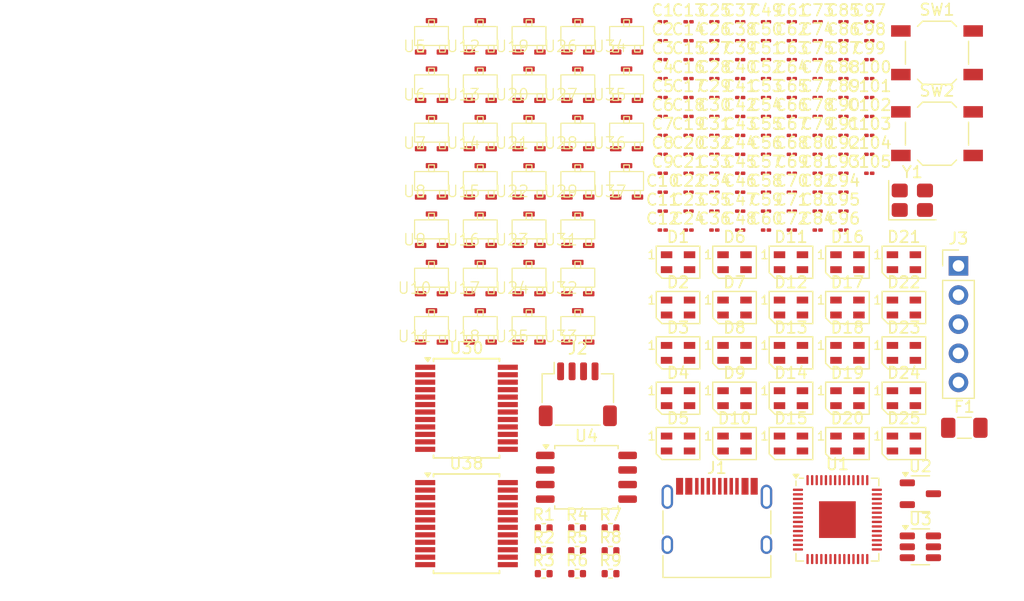
<source format=kicad_pcb>
(kicad_pcb (version 20241229) (generator "pcbnew") (generator_version "9.0")
  (layers (0 "F.Cu" signal) (2 "B.Cu" signal) (13 "F.Paste" user) (15 "B.Paste" user) (5 "F.SilkS" user "F.Silkscreen") (7 "B.SilkS" user "B.Silkscreen") (1 "F.Mask" user) (3 "B.Mask" user) (25 "Edge.Cuts" user))
  (net 0 "")
  (net 1 "GND")
  (net 2 "+1V1")
  (net 3 "+3V3")
  (net 4 "+5V")
  (net 5 "XIN")
  (net 6 "Net-(C16-Pad2)")
  (net 7 "HE0")
  (net 8 "HE1")
  (net 9 "HE2")
  (net 10 "HE3")
  (net 11 "HE16")
  (net 12 "HE20")
  (net 13 "HE4")
  (net 14 "HE5")
  (net 15 "HE6")
  (net 16 "HE7")
  (net 17 "HE24")
  (net 18 "HE28")
  (net 19 "HE8")
  (net 20 "HE9")
  (net 21 "HE10")
  (net 22 "HE11")
  (net 23 "HE12")
  (net 24 "HE13")
  (net 25 "HE14")
  (net 26 "HE15")
  (net 27 "HE17")
  (net 28 "HE21")
  (net 29 "HE25")
  (net 30 "HE29")
  (net 31 "HE18")
  (net 32 "HE22")
  (net 33 "HE26")
  (net 34 "HE30")
  (net 35 "HE19")
  (net 36 "HE23")
  (net 37 "HE27")
  (net 38 "HE31")
  (net 39 "LED")
  (net 40 "Net-(D1-DOUT)")
  (net 41 "Net-(D2-DOUT)")
  (net 42 "Net-(D3-DOUT)")
  (net 43 "Net-(D4-DOUT)")
  (net 44 "Net-(D10-DOUT)")
  (net 45 "Net-(D11-DIN)")
  (net 46 "Net-(D6-DOUT)")
  (net 47 "Net-(D7-DOUT)")
  (net 48 "Net-(D8-DOUT)")
  (net 49 "Net-(D10-DIN)")
  (net 50 "Net-(D11-DOUT)")
  (net 51 "Net-(D12-DOUT)")
  (net 52 "Net-(D13-DOUT)")
  (net 53 "Net-(D14-DOUT)")
  (net 54 "Net-(D15-DOUT)")
  (net 55 "Net-(D16-DOUT)")
  (net 56 "Net-(D16-DIN)")
  (net 57 "Net-(D17-DOUT)")
  (net 58 "Net-(D18-DOUT)")
  (net 59 "Net-(D19-DOUT)")
  (net 60 "Net-(D21-DOUT)")
  (net 61 "Net-(D22-DOUT)")
  (net 62 "Net-(D23-DOUT)")
  (net 63 "Net-(D24-DOUT)")
  (net 65 "VBUS")
  (net 66 "D+")
  (net 67 "Net-(J1-CC1)")
  (net 68 "Net-(J1-CC2)")
  (net 69 "D-")
  (net 72 "RESET")
  (net 73 "SWD")
  (net 74 "SWC")
  (net 75 "Net-(U1-USB_DP)")
  (net 76 "Net-(U1-USB_DM)")
  (net 77 "XOUT")
  (net 78 "Net-(R7-Pad1)")
  (net 79 "Q_SEL")
  (net 80 "Net-(R8-Pad1)")
  (net 89 "MUX_B_SEL0")
  (net 91 "MUX_A_SEL3")
  (net 92 "Q_ID2")
  (net 93 "Q_ID0")
  (net 94 "MUX_A_OUT")
  (net 96 "MUX_A_SEL1")
  (net 97 "Q_CLK")
  (net 98 "MUX_A_SEL0")
  (net 100 "MUX_B_SEL1")
  (net 103 "Q_ID3")
  (net 105 "Q_ID1")
  (net 106 "MUX_B_SEL3")
  (net 109 "MUX_B_SEL2")
  (net 110 "MUX_A_SEL2")
  (net 112 "MUX_B_OUT")
  (footprint "analog-keeb:HX6659-SOT23" (layer "F.Cu") (at 0.25 11.3875)
    (property "Reference" "U7" (at 0 -0.5 0) (layer "F.SilkS") (effects (font (thickness 0.1))))
    (property "Value" "~")
    (pad "1" smd roundrect (at 0.525 0 180) (size 1 0.45) (layers "F.Cu" "F.Mask" "F.Paste") (roundrect_rratio 0.15) (net 4 "+5V"))
    (pad "2" smd roundrect (at 2.425 0) (size 1 0.45) (layers "F.Cu" "F.Mask" "F.Paste") (roundrect_rratio 0.15) (net 9 "HE2"))
    (pad "3" smd roundrect (at 1.475 -2.7375) (size 1 0.45) (layers "F.Cu" "F.Mask" "F.Paste") (roundrect_rratio 0.15) (net 1 "GND"))
  )
  (footprint "Capacitor_SMD:C_01005_0402Metric" (layer "F.Cu") (at 26.375 3.625)
    (property "Reference" "C27" (at 0 -1 0) (layer "F.SilkS"))
    (property "Value" "1nF")
    (pad "1" smd roundrect (at -0.25 0) (size 0.4 0.3) (layers "F.Cu" "F.Mask") (net 4 "+5V"))
    (pad "2" smd roundrect (at 0.25 0) (size 0.4 0.3) (layers "F.Cu" "F.Mask") (net 1 "GND"))
  )
  (footprint "Capacitor_SMD:C_01005_0402Metric" (layer "F.Cu") (at 35.375 18.475)
    (property "Reference" "C84" (at 0 -1 0) (layer "F.SilkS"))
    (property "Value" "1nF")
    (pad "1" smd roundrect (at -0.25 0) (size 0.4 0.3) (layers "F.Cu" "F.Mask") (net 4 "+5V"))
    (pad "2" smd roundrect (at 0.25 0) (size 0.4 0.3) (layers "F.Cu" "F.Mask") (net 1 "GND"))
  )
  (footprint "analog-keeb:HX6659-SOT23" (layer "F.Cu") (at 0.25 24.025)
    (property "Reference" "U10" (at 0 -0.5 0) (layer "F.SilkS") (effects (font (thickness 0.1))))
    (property "Value" "~")
    (pad "1" smd roundrect (at 0.525 0 180) (size 1 0.45) (layers "F.Cu" "F.Mask" "F.Paste") (roundrect_rratio 0.15) (net 4 "+5V"))
    (pad "2" smd roundrect (at 2.425 0) (size 1 0.45) (layers "F.Cu" "F.Mask" "F.Paste") (roundrect_rratio 0.15) (net 13 "HE4"))
    (pad "3" smd roundrect (at 1.475 -2.7375) (size 1 0.45) (layers "F.Cu" "F.Mask" "F.Paste") (roundrect_rratio 0.15) (net 1 "GND"))
  )
  (footprint "Resistor_SMD:R_0402_1005Metric" (layer "F.Cu") (at 17.325 44.435)
    (property "Reference" "R7" (at 0 -1.17 0) (layer "F.SilkS"))
    (property "Value" "5.1k")
    (pad "1" smd roundrect (at -0.51 0) (size 0.54 0.64) (layers "F.Cu" "F.Mask" "F.Paste") (net 78 "Net-(R7-Pad1)"))
    (pad "2" smd roundrect (at 0.51 0) (size 0.54 0.64) (layers "F.Cu" "F.Mask" "F.Paste") (net 79 "Q_SEL"))
  )
  (footprint "Package_SO:SOIC-8_5.3x5.3mm_P1.27mm" (layer "F.Cu") (at 15.225 40.015)
    (property "Reference" "U4" (at 0 -3.6 0) (layer "F.SilkS"))
    (property "Value" "W25Q128JVS")
    (pad "1" smd roundrect (at -3.5875 -1.905) (size 1.625 0.65) (layers "F.Cu" "F.Mask" "F.Paste") (net 79 "Q_SEL"))
    (pad "2" smd roundrect (at -3.5875 -0.635) (size 1.625 0.65) (layers "F.Cu" "F.Mask" "F.Paste") (net 105 "Q_ID1"))
    (pad "3" smd roundrect (at -3.5875 0.635) (size 1.625 0.65) (layers "F.Cu" "F.Mask" "F.Paste") (net 92 "Q_ID2"))
    (pad "4" smd roundrect (at -3.5875 1.905) (size 1.625 0.65) (layers "F.Cu" "F.Mask" "F.Paste") (net 1 "GND"))
    (pad "5" smd roundrect (at 3.5875 1.905) (size 1.625 0.65) (layers "F.Cu" "F.Mask" "F.Paste") (net 93 "Q_ID0"))
    (pad "6" smd roundrect (at 3.5875 0.635) (size 1.625 0.65) (layers "F.Cu" "F.Mask" "F.Paste") (net 97 "Q_CLK"))
    (pad "7" smd roundrect (at 3.5875 -0.635) (size 1.625 0.65) (layers "F.Cu" "F.Mask" "F.Paste") (net 103 "Q_ID3"))
    (pad "8" smd roundrect (at 3.5875 -1.905) (size 1.625 0.65) (layers "F.Cu" "F.Mask" "F.Paste") (net 3 "+3V3"))
  )
  (footprint "analog-keeb:HX6659-SOT23" (layer "F.Cu") (at 4.5 28.2375)
    (property "Reference" "U18" (at 0 -0.5 0) (layer "F.SilkS") (effects (font (thickness 0.1))))
    (property "Value" "~")
    (pad "1" smd roundrect (at 0.525 0 180) (size 1 0.45) (layers "F.Cu" "F.Mask" "F.Paste") (roundrect_rratio 0.15) (net 4 "+5V"))
    (pad "2" smd roundrect (at 2.425 0) (size 1 0.45) (layers "F.Cu" "F.Mask" "F.Paste") (roundrect_rratio 0.15) (net 22 "HE11"))
    (pad "3" smd roundrect (at 1.475 -2.7375) (size 1 0.45) (layers "F.Cu" "F.Mask" "F.Paste") (roundrect_rratio 0.15) (net 1 "GND"))
  )
  (footprint "Package_SO:SSOP-24_5.3x8.2mm_P0.65mm" (layer "F.Cu") (at 4.775 34.005)
    (property "Reference" "U30" (at 0 -5.25 0) (layer "F.SilkS"))
    (property "Value" "CD74HC4067SM")
    (pad "1" smd rect (at -3.6 -3.575) (size 1.75 0.45) (layers "F.Cu" "F.Mask" "F.Paste") (net 94 "MUX_A_OUT"))
    (pad "2" smd rect (at -3.6 -2.925) (size 1.75 0.45) (layers "F.Cu" "F.Mask" "F.Paste") (net 16 "HE7"))
    (pad "3" smd rect (at -3.6 -2.275) (size 1.75 0.45) (layers "F.Cu" "F.Mask" "F.Paste") (net 15 "HE6"))
    (pad "4" smd rect (at -3.6 -1.625) (size 1.75 0.45) (layers "F.Cu" "F.Mask" "F.Paste") (net 14 "HE5"))
    (pad "5" smd rect (at -3.6 -0.975) (size 1.75 0.45) (layers "F.Cu" "F.Mask" "F.Paste") (net 13 "HE4"))
    (pad "6" smd rect (at -3.6 -0.325) (size 1.75 0.45) (layers "F.Cu" "F.Mask" "F.Paste") (net 10 "HE3"))
    (pad "7" smd rect (at -3.6 0.325) (size 1.75 0.45) (layers "F.Cu" "F.Mask" "F.Paste") (net 9 "HE2"))
    (pad "8" smd rect (at -3.6 0.975) (size 1.75 0.45) (layers "F.Cu" "F.Mask" "F.Paste") (net 8 "HE1"))
    (pad "9" smd rect (at -3.6 1.625) (size 1.75 0.45) (layers "F.Cu" "F.Mask" "F.Paste") (net 7 "HE0"))
    (pad "10" smd rect (at -3.6 2.275) (size 1.75 0.45) (layers "F.Cu" "F.Mask" "F.Paste") (net 98 "MUX_A_SEL0"))
    (pad "11" smd rect (at -3.6 2.925) (size 1.75 0.45) (layers "F.Cu" "F.Mask" "F.Paste") (net 96 "MUX_A_SEL1"))
    (pad "12" smd rect (at -3.6 3.575) (size 1.75 0.45) (layers "F.Cu" "F.Mask" "F.Paste") (net 1 "GND"))
    (pad "13" smd rect (at 3.6 3.575) (size 1.75 0.45) (layers "F.Cu" "F.Mask" "F.Paste") (net 91 "MUX_A_SEL3"))
    (pad "14" smd rect (at 3.6 2.925) (size 1.75 0.45) (layers "F.Cu" "F.Mask" "F.Paste") (net 110 "MUX_A_SEL2"))
    (pad "15" smd rect (at 3.6 2.275) (size 1.75 0.45) (layers "F.Cu" "F.Mask" "F.Paste") (net 1 "GND"))
    (pad "16" smd rect (at 3.6 1.625) (size 1.75 0.45) (layers "F.Cu" "F.Mask" "F.Paste") (net 26 "HE15"))
    (pad "17" smd rect (at 3.6 0.975) (size 1.75 0.45) (layers "F.Cu" "F.Mask" "F.Paste") (net 25 "HE14"))
    (pad "18" smd rect (at 3.6 0.325) (size 1.75 0.45) (layers "F.Cu" "F.Mask" "F.Paste") (net 24 "HE13"))
    (pad "19" smd rect (at 3.6 -0.325) (size 1.75 0.45) (layers "F.Cu" "F.Mask" "F.Paste") (net 23 "HE12"))
    (pad "20" smd rect (at 3.6 -0.975) (size 1.75 0.45) (layers "F.Cu" "F.Mask" "F.Paste") (net 22 "HE11"))
    (pad "21" smd rect (at 3.6 -1.625) (size 1.75 0.45) (layers "F.Cu" "F.Mask" "F.Paste") (net 21 "HE10"))
    (pad "22" smd rect (at 3.6 -2.275) (size 1.75 0.45) (layers "F.Cu" "F.Mask" "F.Paste") (net 20 "HE9"))
    (pad "23" smd rect (at 3.6 -2.925) (size 1.75 0.45) (layers "F.Cu" "F.Mask" "F.Paste") (net 19 "HE8"))
    (pad "24" smd rect (at 3.6 -3.575) (size 1.75 0.45) (layers "F.Cu" "F.Mask" "F.Paste"))
  )
  (footprint "Capacitor_SMD:C_01005_0402Metric" (layer "F.Cu") (at 21.875 1.975)
    (property "Reference" "C2" (at 0 -1 0) (layer "F.SilkS"))
    (property "Value" "100n")
    (pad "1" smd roundrect (at -0.25 0) (size 0.4 0.3) (layers "F.Cu" "F.Mask") (net 1 "GND"))
    (pad "2" smd roundrect (at 0.25 0) (size 0.4 0.3) (layers "F.Cu" "F.Mask") (net 2 "+1V1"))
  )
  (footprint "Capacitor_SMD:C_01005_0402Metric" (layer "F.Cu") (at 21.875 3.625)
    (property "Reference" "C3" (at 0 -1 0) (layer "F.SilkS"))
    (property "Value" "100n")
    (pad "1" smd roundrect (at -0.25 0) (size 0.4 0.3) (layers "F.Cu" "F.Mask") (net 1 "GND"))
    (pad "2" smd roundrect (at 0.25 0) (size 0.4 0.3) (layers "F.Cu" "F.Mask") (net 2 "+1V1"))
  )
  (footprint "Resistor_SMD:R_0402_1005Metric" (layer "F.Cu") (at 17.325 46.425)
    (property "Reference" "R8" (at 0 -1.17 0) (layer "F.SilkS"))
    (property "Value" "1k")
    (pad "1" smd roundrect (at -0.51 0) (size 0.54 0.64) (layers "F.Cu" "F.Mask" "F.Paste") (net 80 "Net-(R8-Pad1)"))
    (pad "2" smd roundrect (at 0.51 0) (size 0.54 0.64) (layers "F.Cu" "F.Mask" "F.Paste") (net 79 "Q_SEL"))
  )
  (footprint "Capacitor_SMD:C_01005_0402Metric" (layer "F.Cu") (at 28.625 10.225)
    (property "Reference" "C43" (at 0 -1 0) (layer "F.SilkS"))
    (property "Value" "1nF")
    (pad "1" smd roundrect (at -0.25 0) (size 0.4 0.3) (layers "F.Cu" "F.Mask") (net 4 "+5V"))
    (pad "2" smd roundrect (at 0.25 0) (size 0.4 0.3) (layers "F.Cu" "F.Mask") (net 1 "GND"))
  )
  (footprint "analog-keeb:HX6659-SOT23" (layer "F.Cu") (at 13 28.2375)
    (property "Reference" "U33" (at 0 -0.5 0) (layer "F.SilkS") (effects (font (thickness 0.1))))
    (property "Value" "~")
    (pad "1" smd roundrect (at 0.525 0 180) (size 1 0.45) (layers "F.Cu" "F.Mask" "F.Paste") (roundrect_rratio 0.15) (net 4 "+5V"))
    (pad "2" smd roundrect (at 2.425 0) (size 1 0.45) (layers "F.Cu" "F.Mask" "F.Paste") (roundrect_rratio 0.15) (net 34 "HE30"))
    (pad "3" smd roundrect (at 1.475 -2.7375) (size 1 0.45) (layers "F.Cu" "F.Mask" "F.Paste") (roundrect_rratio 0.15) (net 1 "GND"))
  )
  (footprint "LED_SMD:LED_SK6805_PLCC4_2.4x2.7mm_P1.3mm" (layer "F.Cu") (at 37.97 21.275)
    (property "Reference" "D16" (at 0 -2.2 0) (layer "F.SilkS"))
    (property "Value" "SK6805")
    (fp_text user "1" (at -2.3 -0.65 0) (layer "F.SilkS") (effects (font (size 0.75 0.75) (thickness 0.12))))
    (pad "1" smd rect (at -1 -0.65) (size 1 0.6) (layers "F.Cu" "F.Mask" "F.Paste") (net 55 "Net-(D16-DOUT)"))
    (pad "2" smd rect (at -1 0.65) (size 1 0.6) (layers "F.Cu" "F.Mask" "F.Paste") (net 1 "GND"))
    (pad "3" smd rect (at 1 0.65) (size 1 0.6) (layers "F.Cu" "F.Mask" "F.Paste") (net 56 "Net-(D16-DIN)"))
    (pad "4" smd rect (at 1 -0.65) (size 1 0.6) (layers "F.Cu" "F.Mask" "F.Paste") (net 4 "+5V"))
  )
  (footprint "Capacitor_SMD:C_01005_0402Metric" (layer "F.Cu") (at 37.625 3.625)
    (property "Reference" "C87" (at 0 -1 0) (layer "F.SilkS"))
    (property "Value" "100nF")
    (pad "1" smd roundrect (at -0.25 0) (size 0.4 0.3) (layers "F.Cu" "F.Mask") (net 1 "GND"))
    (pad "2" smd roundrect (at 0.25 0) (size 0.4 0.3) (layers "F.Cu" "F.Mask") (net 4 "+5V"))
  )
  (footprint "Capacitor_SMD:C_01005_0402Metric" (layer "F.Cu") (at 39.875 8.575)
    (property "Reference" "C102" (at 0 -1 0) (layer "F.SilkS"))
    (property "Value" "100nF")
    (pad "1" smd roundrect (at -0.25 0) (size 0.4 0.3) (layers "F.Cu" "F.Mask") (net 1 "GND"))
    (pad "2" smd roundrect (at 0.25 0) (size 0.4 0.3) (layers "F.Cu" "F.Mask") (net 4 "+5V"))
  )
  (footprint "Capacitor_SMD:C_01005_0402Metric" (layer "F.Cu") (at 35.375 0.325)
    (property "Reference" "C73" (at 0 -1 0) (layer "F.SilkS"))
    (property "Value" "10pF")
    (pad "1" smd roundrect (at -0.25 0) (size 0.4 0.3) (layers "F.Cu" "F.Mask") (net 1 "GND"))
    (pad "2" smd roundrect (at 0.25 0) (size 0.4 0.3) (layers "F.Cu" "F.Mask") (net 34 "HE30"))
  )
  (footprint "analog-keeb:HX6659-SOT23" (layer "F.Cu") (at 8.75 28.2375)
    (property "Reference" "U25" (at 0 -0.5 0) (layer "F.SilkS") (effects (font (thickness 0.1))))
    (property "Value" "~")
    (pad "1" smd roundrect (at 0.525 0 180) (size 1 0.45) (layers "F.Cu" "F.Mask" "F.Paste") (roundrect_rratio 0.15) (net 4 "+5V"))
    (pad "2" smd roundrect (at 2.425 0) (size 1 0.45) (layers "F.Cu" "F.Mask" "F.Paste") (roundrect_rratio 0.15) (net 27 "HE17"))
    (pad "3" smd roundrect (at 1.475 -2.7375) (size 1 0.45) (layers "F.Cu" "F.Mask" "F.Paste") (roundrect_rratio 0.15) (net 1 "GND"))
  )
  (footprint "Capacitor_SMD:C_01005_0402Metric" (layer "F.Cu") (at 30.875 6.925)
    (property "Reference" "C53" (at 0 -1 0) (layer "F.SilkS"))
    (property "Value" "1nF")
    (pad "1" smd roundrect (at -0.25 0) (size 0.4 0.3) (layers "F.Cu" "F.Mask") (net 4 "+5V"))
    (pad "2" smd roundrect (at 0.25 0) (size 0.4 0.3) (layers "F.Cu" "F.Mask") (net 1 "GND"))
  )
  (footprint "Capacitor_SMD:C_01005_0402Metric" (layer "F.Cu") (at 24.125 0.325)
    (property "Reference" "C13" (at 0 -1 0) (layer "F.SilkS"))
    (property "Value" "100n")
    (pad "1" smd roundrect (at -0.25 0) (size 0.4 0.3) (layers "F.Cu" "F.Mask") (net 1 "GND"))
    (pad "2" smd roundrect (at 0.25 0) (size 0.4 0.3) (layers "F.Cu" "F.Mask") (net 3 "+3V3"))
  )
  (footprint "Capacitor_SMD:C_01005_0402Metric" (layer "F.Cu") (at 37.625 0.325)
    (property "Reference" "C85" (at 0 -1 0) (layer "F.SilkS"))
    (property "Value" "1nF")
    (pad "1" smd roundrect (at -0.25 0) (size 0.4 0.3) (layers "F.Cu" "F.Mask") (net 4 "+5V"))
    (pad "2" smd roundrect (at 0.25 0) (size 0.4 0.3) (layers "F.Cu" "F.Mask") (net 1 "GND"))
  )
  (footprint "Capacitor_SMD:C_01005_0402Metric" (layer "F.Cu") (at 30.875 10.225)
    (property "Reference" "C55" (at 0 -1 0) (layer "F.SilkS"))
    (property "Value" "1nF")
    (pad "1" smd roundrect (at -0.25 0) (size 0.4 0.3) (layers "F.Cu" "F.Mask") (net 4 "+5V"))
    (pad "2" smd roundrect (at 0.25 0) (size 0.4 0.3) (layers "F.Cu" "F.Mask") (net 1 "GND"))
  )
  (footprint "analog-keeb:HX6659-SOT23" (layer "F.Cu") (at 17.25 7.175)
    (property "Reference" "U35" (at 0 -0.5 0) (layer "F.SilkS") (effects (font (thickness 0.1))))
    (property "Value" "~")
    (pad "1" smd roundrect (at 0.525 0 180) (size 1 0.45) (layers "F.Cu" "F.Mask" "F.Paste") (roundrect_rratio 0.15) (net 4 "+5V"))
    (pad "2" smd roundrect (at 2.425 0) (size 1 0.45) (layers "F.Cu" "F.Mask" "F.Paste") (roundrect_rratio 0.15) (net 36 "HE23"))
    (pad "3" smd roundrect (at 1.475 -2.7375) (size 1 0.45) (layers "F.Cu" "F.Mask" "F.Paste") (roundrect_rratio 0.15) (net 1 "GND"))
  )
  (footprint "Capacitor_SMD:C_01005_0402Metric" (layer "F.Cu") (at 35.375 11.875)
    (property "Reference" "C80" (at 0 -1 0) (layer "F.SilkS"))
    (property "Value" "10pF")
    (pad "1" smd roundrect (at -0.25 0) (size 0.4 0.3) (layers "F.Cu" "F.Mask") (net 1 "GND"))
    (pad "2" smd roundrect (at 0.25 0) (size 0.4 0.3) (layers "F.Cu" "F.Mask") (net 37 "HE27"))
  )
  (footprint "analog-keeb:HX6659-SOT23" (layer "F.Cu") (at 13 7.175)
    (property "Reference" "U27" (at 0 -0.5 0) (layer "F.SilkS") (effects (font (thickness 0.1))))
    (property "Value" "~")
    (pad "1" smd roundrect (at 0.525 0 180) (size 1 0.45) (layers "F.Cu" "F.Mask" "F.Paste") (roundrect_rratio 0.15) (net 4 "+5V"))
    (pad "2" smd roundrect (at 2.425 0) (size 1 0.45) (layers "F.Cu" "F.Mask" "F.Paste") (roundrect_rratio 0.15) (net 29 "HE25"))
    (pad "3" smd roundrect (at 1.475 -2.7375) (size 1 0.45) (layers "F.Cu" "F.Mask" "F.Paste") (roundrect_rratio 0.15) (net 1 "GND"))
  )
  (footprint "Resistor_SMD:R_0402_1005Metric" (layer "F.Cu") (at 14.415 46.425)
    (property "Reference" "R5" (at 0 -1.17 0) (layer "F.SilkS"))
    (property "Value" "1k")
    (pad "1" smd roundrect (at -0.51 0) (size 0.54 0.64) (layers "F.Cu" "F.Mask" "F.Paste") (net 6 "Net-(C16-Pad2)"))
    (pad "2" smd roundrect (at 0.51 0) (size 0.54 0.64) (layers "F.Cu" "F.Mask" "F.Paste") (net 77 "XOUT"))
  )
  (footprint "Capacitor_SMD:C_01005_0402Metric" (layer "F.Cu") (at 21.875 18.475)
    (property "Reference" "C12" (at 0 -1 0) (layer "F.SilkS"))
    (property "Value" "1u")
    (pad "1" smd roundrect (at -0.25 0) (size 0.4 0.3) (layers "F.Cu" "F.Mask") (net 4 "+5V"))
    (pad "2" smd roundrect (at 0.25 0) (size 0.4 0.3) (layers "F.Cu" "F.Mask") (net 1 "GND"))
  )
  (footprint "analog-keeb:HX6659-SOT23" (layer "F.Cu") (at 8.75 11.3875)
    (property "Reference" "U21" (at 0 -0.5 0) (layer "F.SilkS") (effects (font (thickness 0.1))))
    (property "Value" "~")
    (pad "1" smd roundrect (at 0.525 0 180) (size 1 0.45) (layers "F.Cu" "F.Mask" "F.Paste") (roundrect_rratio 0.15) (net 4 "+5V"))
    (pad "2" smd roundrect (at 2.425 0) (size 1 0.45) (layers "F.Cu" "F.Mask" "F.Paste") (roundrect_rratio 0.15) (net 24 "HE13"))
    (pad "3" smd roundrect (at 1.475 -2.7375) (size 1 0.45) (layers "F.Cu" "F.Mask" "F.Paste") (roundrect_rratio 0.15) (net 1 "GND"))
  )
  (footprint "analog-keeb:HX6659-SOT23" (layer "F.Cu") (at 8.75 24.025)
    (property "Reference" "U24" (at 0 -0.5 0) (layer "F.SilkS") (effects (font (thickness 0.1))))
    (property "Value" "~")
    (pad "1" smd roundrect (at 0.525 0 180) (size 1 0.45) (layers "F.Cu" "F.Mask" "F.Paste") (roundrect_rratio 0.15) (net 4 "+5V"))
    (pad "2" smd roundrect (at 2.425 0) (size 1 0.45) (layers "F.Cu" "F.Mask" "F.Paste") (roundrect_rratio 0.15) (net 18 "HE28"))
    (pad "3" smd roundrect (at 1.475 -2.7375) (size 1 0.45) (layers "F.Cu" "F.Mask" "F.Paste") (roundrect_rratio 0.15) (net 1 "GND"))
  )
  (footprint "Package_TO_SOT_SMD:SOT-23-6" (layer "F.Cu") (at 44.325 46.075)
    (property "Reference" "U3" (at 0 -2.4 0) (layer "F.SilkS"))
    (property "Value" "SRV05-4")
    (pad "1" smd roundrect (at -1.1375 -0.95) (size 1.325 0.6) (layers "F.Cu" "F.Mask" "F.Paste") (net 66 "D+"))
    (pad "2" smd roundrect (at -1.1375 0) (size 1.325 0.6) (layers "F.Cu" "F.Mask" "F.Paste") (net 1 "GND"))
    (pad "3" smd roundrect (at -1.1375 0.95) (size 1.325 0.6) (layers "F.Cu" "F.Mask" "F.Paste") (net 69 "D-"))
    (pad "4" smd roundrect (at 1.1375 0.95) (size 1.325 0.6) (layers "F.Cu" "F.Mask" "F.Paste"))
    (pad "5" smd roundrect (at 1.1375 0) (size 1.325 0.6) (layers "F.Cu" "F.Mask" "F.Paste") (net 4 "+5V"))
    (pad "6" smd roundrect (at 1.1375 -0.95) (size 1.325 0.6) (layers "F.Cu" "F.Mask" "F.Paste"))
  )
  (footprint "Resistor_SMD:R_0402_1005Metric" (layer "F.Cu") (at 11.505 44.435)
    (property "Reference" "R1" (at 0 -1.17 0) (layer "F.SilkS"))
    (property "Value" "27.4k")
    (pad "1" smd roundrect (at -0.51 0) (size 0.54 0.64) (layers "F.Cu" "F.Mask" "F.Paste") (net 75 "Net-(U1-USB_DP)"))
    (pad "2" smd roundrect (at 0.51 0) (size 0.54 0.64) (layers "F.Cu" "F.Mask" "F.Paste") (net 66 "D+"))
  )
  (footprint "analog-keeb:HX6659-SOT23" (layer "F.Cu") (at 4.5 19.8125)
    (property "Reference" "U16" (at 0 -0.5 0) (layer "F.SilkS") (effects (font (thickness 0.1))))
    (property "Value" "~")
    (pad "1" smd roundrect (at 0.525 0 180) (size 1 0.45) (layers "F.Cu" "F.Mask" "F.Paste") (roundrect_rratio 0.15) (net 4 "+5V"))
    (pad "2" smd roundrect (at 2.425 0) (size 1 0.45) (layers "F.Cu" "F.Mask" "F.Paste") (roundrect_rratio 0.15) (net 20 "HE9"))
    (pad "3" smd roundrect (at 1.475 -2.7375) (size 1 0.45) (layers "F.Cu" "F.Mask" "F.Paste") (roundrect_rratio 0.15) (net 1 "GND"))
  )
  (footprint "Capacitor_SMD:C_01005_0402Metric" (layer "F.Cu") (at 33.125 0.325)
    (property "Reference" "C61" (at 0 -1 0) (layer "F.SilkS"))
    (property "Value" "1nF")
    (pad "1" smd roundrect (at -0.25 0) (size 0.4 0.3) (layers "F.Cu" "F.Mask") (net 4 "+5V"))
    (pad "2" smd roundrect (at 0.25 0) (size 0.4 0.3) (layers "F.Cu" "F.Mask") (net 1 "GND"))
  )
  (footprint "LED_SMD:LED_SK6805_PLCC4_2.4x2.7mm_P1.3mm" (layer "F.Cu") (at 33.05 37.075)
    (property "Reference" "D15" (at 0 -2.2 0) (layer "F.SilkS"))
    (property "Value" "SK6805")
    (fp_text user "1" (at -2.3 -0.65 0) (layer "F.SilkS") (effects (font (size 0.75 0.75) (thickness 0.12))))
    (pad "1" smd rect (at -1 -0.65) (size 1 0.6) (layers "F.Cu" "F.Mask" "F.Paste") (net 54 "Net-(D15-DOUT)"))
    (pad "2" smd rect (at -1 0.65) (size 1 0.6) (layers "F.Cu" "F.Mask" "F.Paste") (net 1 "GND"))
    (pad "3" smd rect (at 1 0.65) (size 1 0.6) (layers "F.Cu" "F.Mask" "F.Paste") (net 53 "Net-(D14-DOUT)"))
    (pad "4" smd rect (at 1 -0.65) (size 1 0.6) (layers "F.Cu" "F.Mask" "F.Paste") (net 4 "+5V"))
  )
  (footprint "Capacitor_SMD:C_01005_0402Metric" (layer "F.Cu") (at 30.875 5.275)
    (property "Reference" "C52" (at 0 -1 0) (layer "F.SilkS"))
    (property "Value" "10pF")
    (pad "1" smd roundrect (at -0.25 0) (size 0.4 0.3) (layers "F.Cu" "F.Mask") (net 1 "GND"))
    (pad "2" smd roundrect (at 0.25 0) (size 0.4 0.3) (layers "F.Cu" "F.Mask") (net 23 "HE12"))
  )
  (footprint "Crystal:Crystal_SMD_3225-4Pin_3.2x2.5mm" (layer "F.Cu") (at 43.625 15.875)
    (property "Reference" "Y1" (at 0 -2.45 0) (layer "F.SilkS"))
    (property "Value" "ABM8-272-T3")
    (pad "1" smd roundrect (at -1.1 0.85) (size 1.4 1.2) (layers "F.Cu" "F.Mask" "F.Paste") (roundrect_rratio 0.208333) (net 6 "Net-(C16-Pad2)"))
    (pad "2" smd roundrect (at 1.1 0.85) (size 1.4 1.2) (layers "F.Cu" "F.Mask" "F.Paste") (roundrect_rratio 0.208333) (net 1 "GND"))
    (pad "3" smd roundrect (at 1.1 -0.85) (size 1.4 1.2) (layers "F.Cu" "F.Mask" "F.Paste") (roundrect_rratio 0.208333) (net 5 "XIN"))
    (pad "4" smd roundrect (at -1.1 -0.85) (size 1.4 1.2) (layers "F.Cu" "F.Mask" "F.Paste") (roundrect_rratio 0.208333) (net 1 "GND"))
  )
  (footprint "Capacitor_SMD:C_01005_0402Metric" (layer "F.Cu") (at 24.125 10.225)
    (property "Reference" "C19" (at 0 -1 0) (layer "F.SilkS"))
    (property "Value" "100nF")
    (pad "1" smd roundrect (at -0.25 0) (size 0.4 0.3) (layers "F.Cu" "F.Mask") (net 1 "GND"))
    (pad "2" smd roundrect (at 0.25 0) (size 0.4 0.3) (layers "F.Cu" "F.Mask") (net 4 "+5V"))
  )
  (footprint "Capacitor_SMD:C_01005_0402Metric" (layer "F.Cu") (at 21.875 0.325)
    (property "Reference" "C1" (at 0 -1 0) (layer "F.SilkS"))
    (property "Value" "1u")
    (pad "1" smd roundrect (at -0.25 0) (size 0.4 0.3) (layers "F.Cu" "F.Mask") (net 1 "GND"))
    (pad "2" smd roundrect (at 0.25 0) (size 0.4 0.3) (layers "F.Cu" "F.Mask") (net 2 "+1V1"))
  )
  (footprint "Capacitor_SMD:C_01005_0402Metric" (layer "F.Cu") (at 26.375 15.175)
    (property "Reference" "C34" (at 0 -1 0) (layer "F.SilkS"))
    (property "Value" "10pF")
    (pad "1" smd roundrect (at -0.25 0) (size 0.4 0.3) (layers "F.Cu" "F.Mask") (net 1 "GND"))
    (pad "2" smd roundrect (at 0.25 0) (size 0.4 0.3) (layers "F.Cu" "F.Mask") (net 14 "HE5"))
  )
  (footprint "Capacitor_SMD:C_01005_0402Metric" (layer "F.Cu") (at 26.375 5.275)
    (property "Reference" "C28" (at 0 -1 0) (layer "F.SilkS"))
    (property "Value" "10pF")
    (pad "1" smd roundrect (at -0.25 0) (size 0.4 0.3) (layers "F.Cu" "F.Mask") (net 1 "GND"))
    (pad "2" smd roundrect (at 0.25 0) (size 0.4 0.3) (layers "F.Cu" "F.Mask") (net 10 "HE3"))
  )
  (footprint "analog-keeb:HX6659-SOT23" (layer "F.Cu") (at 17.25 2.9625)
    (property "Reference" "U34" (at 0 -0.5 0) (layer "F.SilkS") (effects (font (thickness 0.1))))
    (property "Value" "~")
    (pad "1" smd roundrect (at 0.525 0 180) (size 1 0.45) (layers "F.Cu" "F.Mask" "F.Paste") (roundrect_rratio 0.15) (net 4 "+5V"))
    (pad "2" smd roundrect (at 2.425 0) (size 1 0.45) (layers "F.Cu" "F.Mask" "F.Paste") (roundrect_rratio 0.15) (net 35 "HE19"))
    (pad "3" smd roundrect (at 1.475 -2.7375) (size 1 0.45) (layers "F.Cu" "F.Mask" "F.Paste") (roundrect_rratio 0.15) (net 1 "GND"))
  )
  (footprint "analog-keeb:HX6659-SOT23" (layer "F.Cu") (at 13 19.8125)
    (property "Reference" "U31" (at 0 -0.5 0) (layer "F.SilkS") (effects (font (thickness 0.1))))
    (property "Value" "~")
    (pad "1" smd roundrect (at 0.525 0 180) (size 1 0.45) (layers "F.Cu" "F.Mask" "F.Paste") (roundrect_rratio 0.15) (net 4 "+5V"))
    (pad "2" smd roundrect (at 2.425 0) (size 1 0.45) (layers "F.Cu" "F.Mask" "F.Paste") (roundrect_rratio 0.15) (net 32 "HE22"))
    (pad "3" smd roundrect (at 1.475 -2.7375) (size 1 0.45) (layers "F.Cu" "F.Mask" "F.Paste") (roundrect_rratio 0.15) (net 1 "GND"))
  )
  (footprint "Connector_JST:JST_SH_SM04B-SRSS-TB_1x04-1MP_P1.00mm_Horizontal" (layer "F.Cu") (at 14.475 32.785)
    (property "Reference" "J2" (at 0 -3.98 0) (layer "F.SilkS"))
    (property "Value" "Conn_01x04")
    (pad "1" smd roundrect (at -1.5 -2) (size 0.6 1.55) (layers "F.Cu" "F.Mask" "F.Paste") (net 4 "+5V"))
    (pad "2" smd roundrect (at -0.5 -2) (size 0.6 1.55) (layers "F.Cu" "F.Mask" "F.Paste") (net 69 "D-"))
    (pad "3" smd roundrect (at 0.5 -2) (size 0.6 1.55) (layers "F.Cu" "F.Mask" "F.Paste") (net 66 "D+"))
    (pad "4" smd roundrect (at 1.5 -2) (size 0.6 1.55) (layers "F.Cu" "F.Mask" "F.Paste") (net 1 "GND"))
    (pad "MP" smd roundrect (at -2.8 1.875) (size 1.2 1.8) (layers "F.Cu" "F.Mask" "F.Paste") (roundrect_rratio 0.208333))
    (pad "MP" smd roundrect (at 2.8 1.875) (size 1.2 1.8) (layers "F.Cu" "F.Mask" "F.Paste") (roundrect_rratio 0.208333))
  )
  (footprint "Capacitor_SMD:C_01005_0402Metric" (layer "F.Cu") (at 24.125 18.475)
    (property "Reference" "C24" (at 0 -1 0) (layer "F.SilkS"))
    (property "Value" "10pF")
    (pad "1" smd roundrect (at -0.25 0) (size 0.4 0.3) (layers "F.Cu" "F.Mask") (net 1 "GND"))
    (pad "2" smd roundrect (at 0.25 0) (size 0.4 0.3) (layers "F.Cu" "F.Mask") (net 8 "HE1"))
  )
  (footprint "Capacitor_SMD:C_01005_0402Metric" (layer "F.Cu") (at 24.125 15.175)
    (property "Reference" "C22" (at 0 -1 0) (layer "F.SilkS"))
    (property "Value" "1nF")
    (pad "1" smd roundrect (at -0.25 0) (size 0.4 0.3) (layers "F.Cu" "F.Mask") (net 4 "+5V"))
    (pad "2" smd roundrect (at 0.25 0) (size 0.4 0.3) (layers "F.Cu" "F.Mask") (net 1 "GND"))
  )
  (footprint "Capacitor_SMD:C_01005_0402Metric" (layer "F.Cu") (at 33.125 15.175)
    (property "Reference" "C70" (at 0 -1 0) (layer "F.SilkS"))
    (property "Value" "10pF")
    (pad "1" smd roundrect (at -0.25 0) (size 0.4 0.3) (layers "F.Cu" "F.Mask") (net 1 "GND"))
    (pad "2" smd roundrect (at 0.25 0) (size 0.4 0.3) (layers "F.Cu" "F.Mask") (net 31 "HE18"))
  )
  (footprint "Capacitor_SMD:C_01005_0402Metric" (layer "F.Cu") (at 21.875 8.575)
    (property "Reference" "C6" (at 0 -1 0) (layer "F.SilkS"))
    (property "Value" "100n")
    (pad "1" smd roundrect (at -0.25 0) (size 0.4 0.3) (layers "F.Cu" "F.Mask") (net 1 "GND"))
    (pad "2" smd roundrect (at 0.25 0) (size 0.4 0.3) (layers "F.Cu" "F.Mask") (net 3 "+3V3"))
  )
  (footprint "Connector_USB:USB_C_Receptacle_HRO_TYPE-C-31-M-12" (layer "F.Cu") (at 26.595 44.845)
    (property "Reference" "J1" (at 0 -5.645 0) (layer "F.SilkS"))
    (property "Value" "USB_C_Receptacle_USB2.0_16P")
    (pad "" np_thru_hole circle (at -2.89 -2.6) (size 0.65 0.65) (drill 0.65) (layers "*.Cu" "*.Mask"))
    (pad "" np_thru_hole circle (at 2.89 -2.6) (size 0.65 0.65) (drill 0.65) (layers "*.Cu" "*.Mask"))
    (pad "A1" smd rect (at -3.25 -4.045) (size 0.6 1.45) (layers "F.Cu" "F.Mask" "F.Paste") (net 1 "GND"))
    (pad "A4" smd rect (at -2.45 -4.045) (size 0.6 1.45) (layers "F.Cu" "F.Mask" "F.Paste") (net 65 "VBUS"))
    (pad "A5" smd rect (at -1.25 -4.045) (size 0.3 1.45) (layers "F.Cu" "F.Mask" "F.Paste") (net 67 "Net-(J1-CC1)"))
    (pad "A6" smd rect (at -0.25 -4.045) (size 0.3 1.45) (layers "F.Cu" "F.Mask" "F.Paste") (net 66 "D+"))
    (pad "A7" smd rect (at 0.25 -4.045) (size 0.3 1.45) (layers "F.Cu" "F.Mask" "F.Paste") (net 69 "D-"))
    (pad "A8" smd rect (at 1.25 -4.045) (size 0.3 1.45) (layers "F.Cu" "F.Mask" "F.Paste"))
    (pad "A9" smd rect (at 2.45 -4.045) (size 0.6 1.45) (layers "F.Cu" "F.Mask" "F.Paste") (net 65 "VBUS"))
    (pad "A12" smd rect (at 3.25 -4.045) (size 0.6 1.45) (layers "F.Cu" "F.Mask" "F.Paste") (net 1 "GND"))
    (pad "B1" smd rect (at 3.25 -4.045) (size 0.6 1.45) (layers "F.Cu" "F.Mask" "F.Paste") (net 1 "GND"))
    (pad "B4" smd rect (at 2.45 -4.045) (size 0.6 1.45) (layers "F.Cu" "F.Mask" "F.Paste") (net 65 "VBUS"))
    (pad "B5" smd rect (at 1.75 -4.045) (size 0.3 1.45) (layers "F.Cu" "F.Mask" "F.Paste") (net 68 "Net-(J1-CC2)"))
    (pad "B6" smd rect (at 0.75 -4.045) (size 0.3 1.45) (layers "F.Cu" "F.Mask" "F.Paste") (net 66 "D+"))
    (pad "B7" smd rect (at -0.75 -4.045) (size 0.3 1.45) (layers "F.Cu" "F.Mask" "F.Paste") (net 69 "D-"))
    (pad "B8" smd rect (at -1.75 -4.045) (size 0.3 1.45) (layers "F.Cu" "F.Mask" "F.Paste"))
    (pad "B9" smd rect (at -2.45 -4.045) (size 0.6 1.45) (layers "F.Cu" "F.Mask" "F.Paste") (net 65 "VBUS"))
    (pad "B12" smd rect (at -3.25 -4.045) (size 0.6 1.45) (layers "F.Cu" "F.Mask" "F.Paste") (net 1 "GND"))
    (pad "S1" thru_hole oval (at -4.32 -3.13) (size 1 2.1) (drill oval 0.6 1.7) (property pad_prop_heatsink) (layers "*.Cu" "*.Mask") (net 1 "GND"))
    (pad "S1" thru_hole oval (at -4.32 1.05) (size 1 1.6) (drill oval 0.6 1.2) (property pad_prop_heatsink) (layers "*.Cu" "*.Mask") (net 1 "GND"))
    (pad "S1" thru_hole oval (at 4.32 -3.13) (size 1 2.1) (drill oval 0.6 1.7) (property pad_prop_heatsink) (layers "*.Cu" "*.Mask") (net 1 "GND"))
    (pad "S1" thru_hole oval (at 4.32 1.05) (size 1 1.6) (drill oval 0.6 1.2) (property pad_prop_heatsink) (layers "*.Cu" "*.Mask") (net 1 "GND"))
  )
  (footprint "analog-keeb:HX6659-SOT23" (layer "F.Cu") (at 8.75 7.175)
    (property "Reference" "U20" (at 0 -0.5 0) (layer "F.SilkS") (effects (font (thickness 0.1))))
    (property "Value" "~")
    (pad "1" smd roundrect (at 0.525 0 180) (size 1 0.45) (layers "F.Cu" "F.Mask" "F.Paste") (roundrect_rratio 0.15) (net 4 "+5V"))
    (pad "2" smd roundrect (at 2.425 0) (size 1 0.45) (layers "F.Cu" "F.Mask" "F.Paste") (roundrect_rratio 0.15) (net 23 "HE12"))
    (pad "3" smd roundrect (at 1.475 -2.7375) (size 1 0.45) (layers "F.Cu" "F.Mask" "F.Paste") (roundrect_rratio 0.15) (net 1 "GND"))
  )
  (footprint "Capacitor_SMD:C_01005_0402Metric" (layer "F.Cu") (at 26.375 18.475)
    (property "Reference" "C36" (at 0 -1 0) (layer "F.SilkS"))
    (property "Value" "10pF")
    (pad "1" smd roundrect (at -0.25 0) (size 0.4 0.3) (layers "F.Cu" "F.Mask") (net 1 "GND"))
    (pad "2" smd roundrect (at 0.25 0) (size 0.4 0.3) (layers "F.Cu" "F.Mask") (net 15 "HE6"))
  )
  (footprint "Capacitor_SMD:C_01005_0402Metric" (layer "F.Cu") (at 28.625 8.575)
    (property "Reference" "C42" (at 0 -1 0) (layer "F.SilkS"))
    (property "Value" "10pF")
    (pad "1" smd roundrect (at -0.25 0) (size 0.4 0.3) (layers "F.Cu" "F.Mask") (net 1 "GND"))
    (pad "2" smd roundrect (at 0.25 0) (size 0.4 0.3) (layers "F.Cu" "F.Mask") (net 19 "HE8"))
  )
  (footprint "LED_SMD:LED_SK6805_PLCC4_2.4x2.7mm_P1.3mm" (layer "F.Cu") (at 28.13 25.225)
    (property "Reference" "D7" (at 0 -2.2 0) (layer "F.SilkS"))
    (property "Value" "SK6805")
    (fp_text user "1" (at -2.3 -0.65 0) (layer "F.SilkS") (effects (font (size 0.75 0.75) (thickness 0.12))))
    (pad "1" smd rect (at -1 -0.65) (size 1 0.6) (layers "F.Cu" "F.Mask" "F.Paste") (net 47 "Net-(D7-DOUT)"))
    (pad "2" smd rect (at -1 0.65) (size 1 0.6) (layers "F.Cu" "F.Mask" "F.Paste") (net 1 "GND"))
    (pad "3" smd rect (at 1 0.65) (size 1 0.6) (layers "F.Cu" "F.Mask" "F.Paste") (net 46 "Net-(D6-DOUT)"))
    (pad "4" smd rect (at 1 -0.65) (size 1 0.6) (layers "F.Cu" "F.Mask" "F.Paste") (net 4 "+5V"))
  )
  (footprint "analog-keeb:HX6659-SOT23" (layer "F.Cu") (at 8.75 2.9625)
    (property "Reference" "U19" (at 0 -0.5 0) (layer "F.SilkS") (effects (font (thickness 0.1))))
    (property "Value" "~")
    (pad "1" smd roundrect (at 0.525 0 180) (size 1 0.45) (layers "F.Cu" "F.Mask" "F.Paste") (roundrect_rratio 0.15) (net 4 "+5V"))
    (pad "2" smd roundrect (at 2.425 0) (size 1 0.45) (layers "F.Cu" "F.Mask" "F.Paste") (roundrect_rratio 0.15) (net 17 "HE24"))
    (pad "3" smd roundrect (at 1.475 -2.7375) (size 1 0.45) (layers "F.Cu" "F.Mask" "F.Paste") (roundrect_rratio 0.15) (net 1 "GND"))
  )
  (footprint "Capacitor_SMD:C_01005_0402Metric" (layer "F.Cu") (at 24.125 8.575)
    (property "Reference" "C18" (at 0 -1 0) (layer "F.SilkS"))
    (property "Value" "100nF")
    (pad "1" smd roundrect (at -0.25 0) (size 0.4 0.3) (layers "F.Cu" "F.Mask") (net 1 "GND"))
    (pad "2" smd roundrect (at 0.25 0) (size 0.4 0.3) (layers "F.Cu" "F.Mask") (net 4 "+5V"))
  )
  (footprint "Capacitor_SMD:C_01005_0402Metric" (layer "F.Cu") (at 24.125 11.875)
    (property "Reference" "C20" (at 0 -1 0) (layer "F.SilkS"))
    (property "Value" "100nF")
    (pad "1" smd roundrect (at -0.25 0) (size 0.4 0.3) (layers "F.Cu" "F.Mask") (net 1 "GND"))
    (pad "2" smd roundrect (at 0.25 0) (size 0.4 0.3) (layers "F.Cu" "F.Mask") (net 4 "+5V"))
  )
  (footprint "Capacitor_SMD:C_01005_0402Metric" (layer "F.Cu") (at 21.875 16.825)
    (property "Reference" "C11" (at 0 -1 0) (layer "F.SilkS"))
    (property "Value" "1u")
    (pad "1" smd roundrect (at -0.25 0) (size 0.4 0.3) (layers "F.Cu" "F.Mask") (net 1 "GND"))
    (pad "2" smd roundrect (at 0.25 0) (size 0.4 0.3) (layers "F.Cu" "F.Mask") (net 3 "+3V3"))
  )
  (footprint "LED_SMD:LED_SK6805_PLCC4_2.4x2.7mm_P1.3mm" (layer "F.Cu") (at 28.13 33.125)
    (property "Reference" "D9" (at 0 -2.2 0) (layer "F.SilkS"))
    (property "Value" "SK6805")
    (fp_text user "1" (at -2.3 -0.65 0) (layer "F.SilkS") (effects (font (size 0.75 0.75) (thickness 0.12))))
    (pad "1" smd rect (at -1 -0.65) (size 1 0.6) (layers "F.Cu" "F.Mask" "F.Paste") (net 49 "Net-(D10-DIN)"))
    (pad "2" smd rect (at -1 0.65) (size 1 0.6) (layers "F.Cu" "F.Mask" "F.Paste") (net 1 "GND"))
    (pad "3" smd rect (at 1 0.65) (size 1 0.6) (layers "F.Cu" "F.Mask" "F.Paste") (net 48 "Net-(D8-DOUT)"))
    (pad "4" smd rect (at 1 -0.65) (size 1 0.6) (layers "F.Cu" "F.Mask" "F.Paste") (net 4 "+5V"))
  )
  (footprint "LED_SMD:LED_SK6805_PLCC4_2.4x2.7mm_P1.3mm" (layer "F.Cu") (at 33.05 29.175)
    (property "Reference" "D13" (at 0 -2.2 0) (layer "F.SilkS"))
    (property "Value" "SK6805")
    (fp_text user "1" (at -2.3 -0.65 0) (layer "F.SilkS") (effects (font (size 0.75 0.75) (thickness 0.12))))
    (pad "1" smd rect (at -1 -0.65) (size 1 0.6) (layers "F.Cu" "F.Mask" "F.Paste") (net 52 "Net-(D13-DOUT)"))
    (pad "2" smd rect (at -1 0.65) (size 1 0.6) (layers "F.Cu" "F.Mask" "F.Paste") (net 1 "GND"))
    (pad "3" smd rect (at 1 0.65) (size 1 0.6) (layers "F.Cu" "F.Mask" "F.Paste") (net 51 "Net-(D12-DOUT)"))
    (pad "4" smd rect (at 1 -0.65) (size 1 0.6) (layers "F.Cu" "F.Mask" "F.Paste") (net 4 "+5V"))
  )
  (footprint "analog-keeb:HX6659-SOT23" (layer "F.Cu") (at 0.25 7.175)
    (property "Reference" "U6" (at 0 -0.5 0) (layer "F.SilkS") (effects (font (thickness 0.1))))
    (property "Value" "~")
    (pad "1" smd roundrect (at 0.525 0 180) (size 1 0.45) (layers "F.Cu" "F.Mask" "F.Paste") (roundrect_rratio 0.15) (net 4 "+5V"))
    (pad "2" smd roundrect (at 2.425 0) (size 1 0.45) (layers "F.Cu" "F.Mask" "F.Paste") (roundrect_rratio 0.15) (net 8 "HE1"))
    (pad "3" smd roundrect (at 1.475 -2.7375) (size 1 0.45) (layers "F.Cu" "F.Mask" "F.Paste") (roundrect_rratio 0.15) (net 1 "GND"))
  )
  (footprint "Capacitor_SMD:C_01005_0402Metric" (layer "F.Cu") (at 39.875 1.975)
    (property "Reference" "C98" (at 0 -1 0) (layer "F.SilkS"))
    (property "Value" "100nF")
    (pad "1" smd roundrect (at -0.25 0) (size 0.4 0.3) (layers "F.Cu" "F.Mask") (net 1 "GND"))
    (pad "2" smd roundrect (at 0.25 0) (size 0.4 0.3) (layers "F.Cu" "F.Mask") (net 4 "+5V"))
  )
  (footprint "analog-keeb:HX6659-SOT23" (layer "F.Cu") (at 4.5 2.9625)
    (property "Reference" "U12" (at 0 -0.5 0) (layer "F.SilkS") (effects (font (thickness 0.1))))
    (property "Value" "~")
    (pad "1" smd roundrect (at 0.525 0 180) (size 1 0.45) (layers "F.Cu" "F.Mask" "F.Paste") (roundrect_rratio 0.15) (net 4 "+5V"))
    (pad "2" smd roundrect (at 2.425 0) (size 1 0.45) (layers "F.Cu" "F.Mask" "F.Paste") (roundrect_rratio 0.15) (net 15 "HE6"))
    (pad "3" smd roundrect (at 1.475 -2.7375) (size 1 0.45) (layers "F.Cu" "F.Mask" "F.Paste") (roundrect_rratio 0.15) (net 1 "GND"))
  )
  (footprint "analog-keeb:HX6659-SOT23" (layer "F.Cu") (at 13 11.3875)
    (property "Reference" "U28" (at 0 -0.5 0) (layer "F.SilkS") (effects (font (thickness 0.1))))
    (property "Value" "~")
    (pad "1" smd roundrect (at 0.525 0 180) (size 1 0.45) (layers "F.Cu" "F.Mask" "F.Paste") (roundrect_rratio 0.15) (net 4 "+5V"))
    (pad "2" smd roundrect (at 2.425 0) (size 1 0.45) (layers "F.Cu" "F.Mask" "F.Paste") (roundrect_rratio 0.15) (net 30 "HE29"))
    (pad "3" smd roundrect (at 1.475 -2.7375) (size 1 0.45) (layers "F.Cu" "F.Mask" "F.Paste") (roundrect_rratio 0.15) (net 1 "GND"))
  )
  (footprint "LED_SMD:LED_SK6805_PLCC4_2.4x2.7mm_P1.3mm" (layer "F.Cu") (at 37.97 25.225)
    (property "Reference" "D17" (at 0 -2.2 0) (layer "F.SilkS"))
    (property "Value" "SK6805")
    (fp_text user "1" (at -2.3 -0.65 0) (layer "F.SilkS") (effects (font (size 0.75 0.75) (thickness 0.12))))
    (pad "1" smd rect (at -1 -0.65) (size 1 0.6) (layers "F.Cu" "F.Mask" "F.Paste") (net 57 "Net-(D17-DOUT)"))
    (pad "2" smd rect (at -1 0.65) (size 1 0.6) (layers "F.Cu" "F.Mask" "F.Paste") (net 1 "GND"))
    (pad "3" smd rect (at 1 0.65) (size 1 0.6) (layers "F.Cu" "F.Mask" "F.Paste") (net 55 "Net-(D16-DOUT)"))
    (pad "4" smd rect (at 1 -0.65) (size 1 0.6) (layers "F.Cu" "F.Mask" "F.Paste") (net 4 "+5V"))
  )
  (footprint "Capacitor_SMD:C_01005_0402Metric" (layer "F.Cu") (at 39.875 13.525)
    (property "Reference" "C105" (at 0 -1 0) (layer "F.SilkS"))
    (property "Value" "100nF")
    (pad "1" smd roundrect (at -0.25 0) (size 0.4 0.3) (layers "F.Cu" "F.Mask") (net 1 "GND"))
    (pad "2" smd roundrect (at 0.25 0) (size 0.4 0.3) (layers "F.Cu" "F.Mask") (net 4 "+5V"))
  )
  (footprint "Package_SO:SSOP-24_5.3x8.2mm_P0.65mm" (layer "F.Cu") (at 4.775 44.055)
    (property "Reference" "U38" (at 0 -5.25 0) (layer "F.SilkS"))
    (property "Value" "CD74HC4067SM")
    (pad "1" smd rect (at -3.6 -3.575) (size 1.75 0.45) (layers "F.Cu" "F.Mask" "F.Paste") (net 112 "MUX_B_OUT"))
    (pad "2" smd rect (at -3.6 -2.925) (size 1.75 0.45) (layers "F.Cu" "F.Mask" "F.Paste") (net 36 "HE23"))
    (pad "3" smd rect (at -3.6 -2.275) (size 1.75 0.45) (layers "F.Cu" "F.Mask" "F.Paste") (net 32 "HE22"))
    (pad "4" smd rect (at -3.6 -1.625) (size 1.75 0.45) (layers "F.Cu" "F.Mask" "F.Paste") (net 28 "HE21"))
    (pad "5" smd rect (at -3.6 -0.975) (size 1.75 0.45) (layers "F.Cu" "F.Mask" "F.Paste") (net 12 "HE20"))
    (pad "6" smd rect (at -3.6 -0.325) (size 1.75 0.45) (layers "F.Cu" "F.Mask" "F.Paste") (net 35 "HE19"))
    (pad "7" smd rect (at -3.6 0.325) (size 1.75 0.45) (layers "F.Cu" "F.Mask" "F.Paste") (net 31 "HE18"))
    (pad "8" smd rect (at -3.6 0.975) (size 1.75 0.45) (layers "F.Cu" "F.Mask" "F.Paste") (net 27 "HE17"))
    (pad "9" smd rect (at -3.6 1.625) (size 1.75 0.45) (layers "F.Cu" "F.Mask" "F.Paste") (net 11 "HE16"))
    (pad "10" smd rect (at -3.6 2.275) (size 1.75 0.45) (layers "F.Cu" "F.Mask" "F.Paste") (net 89 "MUX_B_SEL0"))
    (pad "11" smd rect (at -3.6 2.925) (size 1.75 0.45) (layers "F.Cu" "F.Mask" "F.Paste") (net 100 "MUX_B_SEL1"))
    (pad "12" smd rect (at -3.6 3.575) (size 1.75 0.45) (layers "F.Cu" "F.Mask" "F.Paste") (net 1 "GND"))
    (pad "13" smd rect (at 3.6 3.575) (size 1.75 0.45) (layers "F.Cu" "F.Mask" "F.Paste") (net 106 "MUX_B_SEL3"))
    (pad "14" smd rect (at 3.6 2.925) (size 1.75 0.45) (layers "F.Cu" "F.Mask" "F.Paste") (net 109 "MUX_B_SEL2"))
    (pad "15" smd rect (at 3.6 2.275) (size 1.75 0.45) (layers "F.Cu" "F.Mask" "F.Paste") (net 1 "GND"))
    (pad "16" smd rect (at 3.6 1.625) (size 1.75 0.45) (layers "F.Cu" "F.Mask" "F.Paste") (net 38 "HE31"))
    (pad "17" smd rect (at 3.6 0.975) (size 1.75 0.45) (layers "F.Cu" "F.Mask" "F.Paste") (net 34 "HE30"))
    (pad "18" smd rect (at 3.6 0.325) (size 1.75 0.45) (layers "F.Cu" "F.Mask" "F.Paste") (net 30 "HE29"))
    (pad "19" smd rect (at 3.6 -0.325) (size 1.75 0.45) (layers "F.Cu" "F.Mask" "F.Paste") (net 18 "HE28"))
    (pad "20" smd rect (at 3.6 -0.975) (size 1.75 0.45) (layers "F.Cu" "F.Mask" "F.Paste") (net 37 "HE27"))
    (pad "21" smd rect (at 3.6 -1.625) (size 1.75 0.45) (layers "F.Cu" "F.Mask" "F.Paste") (net 33 "HE26"))
    (pad "22" smd rect (at 3.6 -2.275) (size 1.75 0.45) (layers "F.Cu" "F.Mask" "F.Paste") (net 29 "HE25"))
    (pad "23" smd rect (at 3.6 -2.925) (size 1.75 0.45) (layers "F.Cu" "F.Mask" "F.Paste") (net 17 "HE24"))
    (pad "24" smd rect (at 3.6 -3.575) (size 1.75 0.45) (layers "F.Cu" "F.Mask" "F.Paste"))
  )
  (footprint "Capacitor_SMD:C_01005_0402Metric" (layer "F.Cu") (at 35.375 3.625)
    (property "Reference" "C75" (at 0 -1 0) (layer "F.SilkS"))
    (property "Value" "1nF")
    (pad "1" smd roundrect (at -0.25 0) (size 0.4 0.3) (layers "F.Cu" "F.Mask") (net 4 "+5V"))
    (pad "2" smd roundrect (at 0.25 0) (size 0.4 0.3) (layers "F.Cu" "F.Mask") (net 1 "GND"))
  )
  (footprint "LED_SMD:LED_SK6805_PLCC4_2.4x2.7mm_P1.3mm" (layer "F.Cu") (at 42.89 37.075)
    (property "Reference" "D25" (at 0 -2.2 0) (layer "F.SilkS"))
    (property "Value" "SK6805")
    (fp_text user "1" (at -2.3 -0.65 0) (layer "F.SilkS") (effects (font (size 0.75 0.75) (thickness 0.12))))
    (pad "1" smd rect (at -1 -0.65) (size 1 0.6) (layers "F.Cu" "F.Mask" "F.Paste"))
    (pad "2" smd rect (at -1 0.65) (size 1 0.6) (layers "F.Cu" "F.Mask" "F.Paste") (net 1 "GND"))
    (pad "3" smd rect (at 1 0.65) (size 1 0.6) (layers "F.Cu" "F.Mask" "F.Paste") (net 63 "Net-(D24-DOUT)"))
    (pad "4" smd rect (at 1 -0.65) (size 1 0.6) (layers "F.Cu" "F.Mask" "F.Paste") (net 4 "+5V"))
  )
  (footprint "Capacitor_SMD:C_01005_0402Metric" (layer "F.Cu") (at 39.875 11.875)
    (property "Reference" "C104" (at 0 -1 0) (layer "F.SilkS"))
    (property "Value" "100nF")
    (pad "1" smd roundrect (at -0.25 0) (size 0.4 0.3) (layers "F.Cu" "F.Mask") (net 1 "GND"))
    (pad "2" smd roundrect (at 0.25 0) (size 0.4 0.3) (layers "F.Cu" "F.Mask") (net 4 "+5V"))
  )
  (footprint "Capacitor_SMD:C_01005_0402Metric" (layer "F.Cu") (at 26.375 6.925)
    (property "Reference" "C29" (at 0 -1 0) (layer "F.SilkS"))
    (property "Value" "1nF")
    (pad "1" smd roundrect (at -0.25 0) (size 0.4 0.3) (layers "F.Cu" "F.Mask") (net 4 "+5V"))
    (pad "2" smd roundrect (at 0.25 0) (size 0.4 0.3) (layers "F.Cu" "F.Mask") (net 1 "GND"))
  )
  (footprint "Capacitor_SMD:C_01005_0402Metric" (layer "F.Cu") (at 30.875 1.975)
    (property "Reference" "C50" (at 0 -1 0) (layer "F.SilkS"))
    (property "Value" "1nF")
    (pad "1" smd roundrect (at -0.25 0) (size 0.4 0.3) (layers "F.Cu" "F.Mask") (net 4 "+5V"))
    (pad "2" smd roundrect (at 0.25 0) (size 0.4 0.3) (layers "F.Cu" "F.Mask") (net 1 "GND"))
  )
  (footprint "Capacitor_SMD:C_01005_0402Metric" (layer "F.Cu") (at 26.375 8.575)
    (property "Reference" "C30" (at 0 -1 0) (layer "F.SilkS"))
    (property "Value" "10pF")
    (pad "1" smd roundrect (at -0.25 0) (size 0.4 0.3) (layers "F.Cu" "F.Mask") (net 1 "GND"))
    (pad "2" smd roundrect (at 0.25 0) (size 0.4 0.3) (layers "F.Cu" "F.Mask") (net 11 "HE16"))
  )
  (footprint "Capacitor_SMD:C_01005_0402Metric" (layer "F.Cu") (at 24.125 1.975)
    (property "Reference" "C14" (at 0 -1 0) (layer "F.SilkS"))
    (property "Value" "1u")
    (pad "1" smd roundrect (at -0.25 0) (size 0.4 0.3) (layers "F.Cu" "F.Mask") (net 3 "+3V3"))
    (pad "2" smd roundrect (at 0.25 0) (size 0.4 0.3) (layers "F.Cu" "F.Mask") (net 1 "GND"))
  )
  (footprint "Capacitor_SMD:C_01005_0402Metric" (layer "F.Cu") (at 33.125 5.275)
    (property "Reference" "C64" (at 0 -1 0) (layer "F.SilkS"))
    (property "Value" "10pF")
    (pad "1" smd roundrect (at -0.25 0) (size 0.4 0.3) (layers "F.Cu" "F.Mask") (net 1 "GND"))
    (pad "2" smd roundrect (at 0.25 0) (size 0.4 0.3) (layers "F.Cu" "F.Mask") (net 29 "HE25"))
  )
  (footprint "Capacitor_SMD:C_01005_0402Metric" (layer "F.Cu") (at 33.125 13.525)
    (property "Reference" "C69" (at 0 -1 0) (layer "F.SilkS"))
    (property "Value" "1nF")
    (pad "1" smd roundrect (at -0.25 0) (size 0.4 0.3) (layers "F.Cu" "F.Mask") (net 4 "+5V"))
    (pad "2" smd roundrect (at 0.25 0) (size 0.4 0.3) (layers "F.Cu" "F.Mask") (net 1 "GND"))
  )
  (footprint "Capacitor_SMD:C_01005_0402Metric" (layer "F.Cu") (at 30.875 3.625)
    (property "Reference" "C51" (at 0 -1 0) (layer "F.SilkS"))
    (property "Value" "1nF")
    (pad "1" smd roundrect (at -0.25 0) (size 0.4 0.3) (layers "F.Cu" "F.Mask") (net 4 "+5V"))
    (pad "2" smd roundrect (at 0.25 0) (size 0.4 0.3) (layers "F.Cu" "F.Mask") (net 1 "GND"))
  )
  (footprint "Capacitor_SMD:C_01005_0402Metric" (layer "F.Cu") (at 24.125 13.525)
    (property "Reference" "C21" (at 0 -1 0) (layer "F.SilkS"))
    (property "Value" "100nF")
    (pad "1" smd roundrect (at -0.25 0) (size 0.4 0.3) (layers "F.Cu" "F.Mask") (net 1 "GND"))
    (pad "2" smd roundrect (at 0.25 0) (size 0.4 0.3) (layers "F.Cu" "F.Mask") (net 4 "+5V"))
  )
  (footprint "Capacitor_SMD:C_01005_0402Metric" (layer "F.Cu") (at 37.625 8.575)
    (property "Reference" "C90" (at 0 -1 0) (layer "F.SilkS"))
    (property "Value" "100nF")
    (pad "1" smd roundrect (at -0.25 0) (size 0.4 0.3) (layers "F.Cu" "F.Mask") (net 1 "GND"))
    (pad "2" smd roundrect (at 0.25 0) (size 0.4 0.3) (layers "F.Cu" "F.Mask") (net 4 "+5V"))
  )
  (footprint "analog-keeb:HX6659-SOT23" (layer "F.Cu") (at 13 15.6)
    (property "Reference" "U29" (at 0 -0.5 0) (layer "F.SilkS") (effects (font (thickness 0.1))))
    (property "Value" "~")
    (pad "1" smd roundrect (at 0.525 0 180) (size 1 0.45) (layers "F.Cu" "F.Mask" "F.Paste") (roundrect_rratio 0.15) (net 4 "+5V"))
    (pad "2" smd roundrect (at 2.425 0) (size 1 0.45) (layers "F.Cu" "F.Mask" "F.Paste") (roundrect_rratio 0.15) (net 31 "HE18"))
    (pad "3" smd roundrect (at 1.475 -2.7375) (size 1 0.45) (layers "F.Cu" "F.Mask" "F.Paste") (roundrect_rratio 0.15) (net 1 "GND"))
  )
  (footprint "Capacitor_SMD:C_01005_0402Metric" (layer "F.Cu") (at 30.875 8.575)
    (property "Reference" "C54" (at 0 -1 0) (layer "F.SilkS"))
    (property "Value" "10pF")
    (pad "1" smd roundrect (at -0.25 0) (size 0.4 0.3) (layers "F.Cu" "F.Mask") (net 1 "GND"))
    (pad "2" smd roundrect (at 0.25 0) (size 0.4 0.3) (layers "F.Cu" "F.Mask") (net 24 "HE13"))
  )
  (footprint "Package_DFN_QFN:QFN-56-1EP_7x7mm_P0.4mm_EP3.2x3.2mm" (layer "F.Cu") (at 37.095 43.705)
    (property "Reference" "U1" (at 0 -4.83 0) (layer "F.SilkS"))
    (property "Value" "RP2040")
    (pad "1" smd roundrect (at -3.4375 -2.6) (size 0.875 0.2) (layers "F.Cu" "F.Mask" "F.Paste") (net 3 "+3V3"))
    (pad "2" smd roundrect (at -3.4375 -2.2) (size 0.875 0.2) (layers "F.Cu" "F.Mask" "F.Paste") (net 98 "MUX_A_SEL0"))
    (pad "3" smd roundrect (at -3.4375 -1.8) (size 0.875 0.2) (layers "F.Cu" "F.Mask" "F.Paste") (net 96 "MUX_A_SEL1"))
    (pad "4" smd roundrect (at -3.4375 -1.4) (size 0.875 0.2) (layers "F.Cu" "F.Mask" "F.Paste") (net 110 "MUX_A_SEL2"))
    (pad "5" smd roundrect (at -3.4375 -1) (size 0.875 0.2) (layers "F.Cu" "F.Mask" "F.Paste") (net 91 "MUX_A_SEL3"))
    (pad "6" smd roundrect (at -3.4375 -0.6) (size 0.875 0.2) (layers "F.Cu" "F.Mask" "F.Paste"))
    (pad "7" smd roundrect (at -3.4375 -0.2) (size 0.875 0.2) (layers "F.Cu" "F.Mask" "F.Paste") (net 89 "MUX_B_SEL0"))
    (pad "8" smd roundrect (at -3.4375 0.2) (size 0.875 0.2) (layers "F.Cu" "F.Mask" "F.Paste") (net 100 "MUX_B_SEL1"))
    (pad "9" smd roundrect (at -3.4375 0.6) (size 0.875 0.2) (layers "F.Cu" "F.Mask" "F.Paste") (net 109 "MUX_B_SEL2"))
    (pad "10" smd roundrect (at -3.4375 1) (size 0.875 0.2) (layers "F.Cu" "F.Mask" "F.Paste") (net 3 "+3V3"))
    (pad "11" smd roundrect (at -3.4375 1.4) (size 0.875 0.2) (layers "F.Cu" "F.Mask" "F.Paste") (net 106 "MUX_B_SEL3"))
    (pad "12" smd roundrect (at -3.4375 1.8) (size 0.875 0.2) (layers "F.Cu" "F.Mask" "F.Paste"))
    (pad "13" smd roundrect (at -3.4375 2.2) (size 0.875 0.2) (layers "F.Cu" "F.Mask" "F.Paste") (net 39 "LED"))
    (pad "14" smd roundrect (at -3.4375 2.6) (size 0.875 0.2) (layers "F.Cu" "F.Mask" "F.Paste"))
    (pad "15" smd roundrect (at -2.6 3.4375) (size 0.2 0.875) (layers "F.Cu" "F.Mask" "F.Paste"))
    (pad "16" smd roundrect (at -2.2 3.4375) (size 0.2 0.875) (layers "F.Cu" "F.Mask" "F.Paste"))
    (pad "17" smd roundrect (at -1.8 3.4375) (size 0.2 0.875) (layers "F.Cu" "F.Mask" "F.Paste"))
    (pad "18" smd roundrect (at -1.4 3.4375) (size 0.2 0.875) (layers "F.Cu" "F.Mask" "F.Paste"))
    (pad "19" smd roundrect (at -1 3.4375) (size 0.2 0.875) (layers "F.Cu" "F.Mask" "F.Paste") (net 1 "GND"))
    (pad "20" smd roundrect (at -0.6 3.4375) (size 0.2 0.875) (layers "F.Cu" "F.Mask" "F.Paste") (net 5 "XIN"))
    (pad "21" smd roundrect (at -0.2 3.4375) (size 0.2 0.875) (layers "F.Cu" "F.Mask" "F.Paste") (net 77 "XOUT"))
    (pad "22" smd roundrect (at 0.2 3.4375) (size 0.2 0.875) (layers "F.Cu" "F.Mask" "F.Paste") (net 3 "+3V3"))
    (pad "23" smd roundrect (at 0.6 3.4375) (size 0.2 0.875) (layers "F.Cu" "F.Mask" "F.Paste") (net 2 "+1V1"))
    (pad "24" smd roundrect (at 1 3.4375) (size 0.2 0.875) (layers "F.Cu" "F.Mask" "F.Paste") (net 74 "SWC"))
    (pad "25" smd roundrect (at 1.4 3.4375) (size 0.2 0.875) (layers "F.Cu" "F.Mask" "F.Paste") (net 73 "SWD"))
    (pad "26" smd roundrect (at 1.8 3.4375) (size 0.2 0.875) (layers "F.Cu" "F.Mask" "F.Paste") (net 72 "RESET"))
    (pad "27" smd roundrect (at 2.2 3.4375) (size 0.2 0.875) (layers "F.Cu" "F.Mask" "F.Paste"))
    (pad "28" smd roundrect (at 2.6 3.4375) (size 0.2 0.875) (layers "F.Cu" "F.Mask" "F.Paste"))
    (pad "29" smd roundrect (at 3.4375 2.6) (size 0.875 0.2) (layers "F.Cu" "F.Mask" "F.Paste"))
    (pad "30" smd roundrect (at 3.4375 2.2) (size 0.875 0.2) (layers "F.Cu" "F.Mask" "F.Paste"))
    (pad "31" smd roundrect (at 3.4375 1.8) (size 0.875 0.2) (layers "F.Cu" "F.Mask" "F.Paste"))
    (pad "32" smd roundrect (at 3.4375 1.4) (size 0.875 0.2) (layers "F.Cu" "F.Mask" "F.Paste"))
    (pad "33" smd roundrect (at 3.4375 1) (size 0.875 0.2) (layers "F.Cu" "F.Mask" "F.Paste") (net 3 "+3V3"))
    (pad "34" smd roundrect (at 3.4375 0.6) (size 0.875 0.2) (layers "F.Cu" "F.Mask" "F.Paste"))
    (pad "35" smd roundrect (at 3.4375 0.2) (size 0.875 0.2) (layers "F.Cu" "F.Mask" "F.Paste"))
    (pad "36" smd roundrect (at 3.4375 -0.2) (size 0.875 0.2) (layers "F.Cu" "F.Mask" "F.Paste"))
    (pad "37" smd roundrect (at 3.4375 -0.6) (size 0.875 0.2) (layers "F.Cu" "F.Mask" "F.Paste"))
    (pad "38" smd roundrect (at 3.4375 -1) (size 0.875 0.2) (layers "F.Cu" "F.Mask" "F.Paste") (net 94 "MUX_A_OUT"))
    (pad "39" smd roundrect (at 3.4375 -1.4) (size 0.875 0.2) (layers "F.Cu" "F.Mask" "F.Paste") (net 112 "MUX_B_OUT"))
    (pad "40" smd roundrect (at 3.4375 -1.8) (size 0.875 0.2) (layers "F.Cu" "F.Mask" "F.Paste"))
    (pad "41" smd roundrect (at 3.4375 -2.2) (size 0.875 0.2) (layers "F.Cu" "F.Mask" "F.Paste"))
    (pad "42" smd roundrect (at 3.4375 -2.6) (size 0.875 0.2) (layers "F.Cu" "F.Mask" "F.Paste") (net 3 "+3V3"))
    (pad "43" smd roundrect (at 2.6 -3.4375) (size 0.2 0.875) (layers "F.Cu" "F.Mask" "F.Paste") (net 3 "+3V3"))
    (pad "44" smd roundrect (at 2.2 -3.4375) (size 0.2 0.875) (layers "F.Cu" "F.Mask" "F.Paste") (net 3 "+3V3"))
    (pad "45" smd roundrect (at 1.8 -3.4375) (size 0.2 0.875) (layers "F.Cu" "F.Mask" "F.Paste") (net 2 "+1V1"))
    (pad "46" smd roundrect (at 1.4 -3.4375) (size 0.2 0.875) (layers "F.Cu" "F.Mask" "F.Paste") (net 76 "Net-(U1-USB_DM)"))
    (pad "47" smd roundrect (at 1 -3.4375) (size 0.2 0.875) (layers "F.Cu" "F.Mask" "F.Paste") (net 75 "Net-(U1-USB_DP)"))
    (pad "48" smd roundrect (at 0.6 -3.4375) (size 0.2 0.875) (layers "F.Cu" "F.Mask" "F.Paste") (net 3 "+3V3"))
    (pad "49" smd roundrect (at 0.2 -3.4375) (size 0.2 0.875) (layers "F.Cu" "F.Mask" "F.Paste") (net 3 "+3V3"))
    (pad "50" smd roundrect (at -0.2 -3.4375) (size 0.2 0.875) (layers "F.Cu" "F.Mask" "F.Paste") (net 2 "+1V1"))
    (pad "51" smd roundrect (at -0.6 -3.4375) (size 0.2 0.875) (layers "F.Cu" "F.Mask" "F.Paste") (net 103 "Q_ID3"))
    (pad "52" smd roundrect (at -1 -3.4375) (size 0.2 0.875) (layers "F.Cu" "F.Mask" "F.Paste") (net 97 "Q_CLK"))
    (pad "53" smd roundrect (at -1.4 -3.4375) (size 0.2 0.875) (layers "F.Cu" "F.Mask" "F.Paste") (net 93 "Q_ID0"))
    (pad "54" smd roundrect (at -1.8 -3.4375) (size 0.2 0.875) (layers "F.Cu" "F.Mask" "F.Paste") (net 92 "Q_ID2"))
    (pad "55" smd roundrect (at -2.2 -3.4375) (size 0.2 0.875) (layers "F.Cu" "F.Mask" "F.Paste") (net 105 "Q_ID1"))
    (pad "56" smd roundrect (at -2.6 -3.4375) (size 0.2 0.875) (layers "F.Cu" "F.Mask" "F.Paste") (net 79 "Q_SEL"))
    (pad "57" smd rect (at 0 0) (size 3.2 3.2) (property pad_prop_heatsink) (layers "F.Cu" "F.Mask") (net 1 "GND"))
  )
  (footprint "LED_SMD:LED_SK6805_PLCC4_2.4x2.7mm_P1.3mm" (layer "F.Cu") (at 37.97 33.125)
    (property "Reference" "D19" (at 0 -2.2 0) (layer "F.SilkS"))
    (property "Value" "SK6805")
    (fp_text user "1" (at -2.3 -0.65 0) (layer "F.SilkS") (effects (font (size 0.75 0.75) (thickness 0.12))))
    (pad "1" smd rect (at -1 -0.65) (size 1 0.6) (layers "F.Cu" "F.Mask" "F.Paste") (net 59 "Net-(D19-DOUT)"))
    (pad "2" smd rect (at -1 0.65) (size 1 0.6) (layers "F.Cu" "F.Mask" "F.Paste") (net 1 "GND"))
    (pad "3" smd rect (at 1 0.65) (size 1 0.6) (layers "F.Cu" "F.Mask" "F.Paste") (net 58 "Net-(D18-DOUT)"))
    (pad "4" smd rect (at 1 -0.65) (size 1 0.6) (layers "F.Cu" "F.Mask" "F.Paste") (net 4 "+5V"))
  )
  (footprint "Resistor_SMD:R_0402_1005Metric" (layer "F.Cu") (at 14.415 48.415)
    (property "Reference" "R6" (at 0 -1.17 0) (layer "F.SilkS"))
    (property "Value" "5.1k")
    (pad "1" smd roundrect (at -0.51 0) (size 0.54 0.64) (layers "F.Cu" "F.Mask" "F.Paste") (net 3 "+3V3"))
    (pad "2" smd roundrect (at 0.51 0) (size 0.54 0.64) (layers "F.Cu" "F.Mask" "F.Paste") (net 72 "RESET"))
  )
  (footprint "Capacitor_SMD:C_01005_0402Metric" (layer "F.Cu") (at 26.375 1.975)
    (property "Reference" "C26" (at 0 -1 0) (layer "F.SilkS"))
    (property "Value" "10pF")
    (pad "1" smd roundrect (at -0.25 0) (size 0.4 0.3) (layers "F.Cu" "F.Mask") (net 1 "GND"))
    (pad "2" smd roundrect (at 0.25 0) (size 0.4 0.3) (layers "F.Cu" "F.Mask") (net 9 "HE2"))
  )
  (footprint "Capacitor_SMD:C_01005_0402Metric" (layer "F.Cu") (at 33.125 16.825)
    (property "Reference" "C71" (at 0 -1 0) (layer "F.SilkS"))
    (property "Value" "10pF")
    (pad "1" smd roundrect (at -0.25 0) (size 0.4 0.3) (layers "F.Cu" "F.Mask") (net 1 "GND"))
    (pad "2" smd roundrect (at 0.25 0) (size 0.4 0.3) (layers "F.Cu" "F.Mask") (net 32 "HE22"))
  )
  (footprint "LED_SMD:LED_SK6805_PLCC4_2.4x2.7mm_P1.3mm" (layer "F.Cu") (at 23.21 33.125)
    (property "Reference" "D4" (at 0 -2.2 0) (layer "F.SilkS"))
    (property "Value" "SK6805")
    (fp_text user "1" (at -2.3 -0.65 0) (layer "F.SilkS") (effects (font (size 0.75 0.75) (thickness 0.12))))
    (pad "1" smd rect (at -1 -0.65) (size 1 0.6) (layers "F.Cu" "F.Mask" "F.Paste") (net 43 "Net-(D4-DOUT)"))
    (pad "2" smd rect (at -1 0.65) (size 1 0.6) (layers "F.Cu" "F.Mask" "F.Paste") (net 1 "GND"))
    (pad "3" smd rect (at 1 0.65) (size 1 0.6) (layers "F.Cu" "F.Mask" "F.Paste") (net 42 "Net-(D3-DOUT)"))
    (pad "4" smd rect (at 1 -0.65) (size 1 0.6) (layers "F.Cu" "F.Mask" "F.Paste") (net 4 "+5V"))
  )
  (footprint "Capacitor_SMD:C_01005_0402Metric" (layer "F.Cu") (at 28.625 11.875)
    (property "Reference" "C44" (at 0 -1 0) (layer "F.SilkS"))
    (property "Value" "10pF")
    (pad "1" smd roundrect (at -0.25 0) (size 0.4 0.3) (layers "F.Cu" "F.Mask") (net 1 "GND"))
    (pad "2" smd roundrect (at 0.25 0) (size 0.4 0.3) (layers "F.Cu" "F.Mask") (net 20 "HE9"))
  )
  (footprint "LED_SMD:LED_SK6805_PLCC4_2.4x2.7mm_P1.3mm" (layer "F.Cu") (at 28.13 21.275)
    (property "Reference" "D6" (at 0 -2.2 0) (layer "F.SilkS"))
    (property "Value" "SK6805")
    (fp_text user "1" (at -2.3 -0.65 0) (layer "F.SilkS") (effects (font (size 0.75 0.75) (thickness 0.12))))
    (pad "1" smd rect (at -1 -0.65) (size 1 0.6) (layers "F.Cu" "F.Mask" "F.Paste") (net 46 "Net-(D6-DOUT)"))
    (pad "2" smd rect (at -1 0.65) (size 1 0.6) (layers "F.Cu" "F.Mask" "F.Paste") (net 1 "GND"))
    (pad "3" smd rect (at 1 0.65) (size 1 0.6) (layers "F.Cu" "F.Mask" "F.Paste") (net 45 "Net-(D11-DIN)"))
    (pad "4" smd rect (at 1 -0.65) (size 1 0.6) (layers "F.Cu" "F.Mask" "F.Paste") (net 4 "+5V"))
  )
  (footprint "analog-keeb:HX6659-SOT23" (layer "F.Cu") (at 4.5 15.6)
    (property "Reference" "U15" (at 0 -0.5 0) (layer "F.SilkS") (effects (font (thickness 0.1))))
    (property "Value" "~")
    (pad "1" smd roundrect (at 0.525 0 180) (size 1 0.45) (layers "F.Cu" "F.Mask" "F.Paste") (roundrect_rratio 0.15) (net 4 "+5V"))
    (pad "2" smd roundrect (at 2.425 0) (size 1 0.45) (layers "F.Cu" "F.Mask" "F.Paste") (roundrect_rratio 0.15) (net 19 "HE8"))
    (pad "3" smd roundrect (at 1.475 -2.7375) (size 1 0.45) (layers "F.Cu" "F.Mask" "F.Paste") (roundrect_rratio 0.15) (net 1 "GND"))
  )
  (footprint "analog-keeb:HX6659-SOT23" (layer "F.Cu") (at 17.25 15.6)
    (property "Reference" "U37" (at 0 -0.5 0) (layer "F.SilkS") (effects (font (thickness 0.1))))
    (property "Value" "~")
    (pad "1" smd roundrect (at 0.525 0 180) (size 1 0.45) (layers "F.Cu" "F.Mask" "F.Paste") (roundrect_rratio 0.15) (net 4 "+5V"))
    (pad "2" smd roundrect (at 2.425 0) (size 1 0.45) (layers "F.Cu" "F.Mask" "F.Paste") (roundrect_rratio 0.15) (net 38 "HE31"))
    (pad "3" smd roundrect (at 1.475 -2.7375) (size 1 0.45) (layers "F.Cu" "F.Mask" "F.Paste") (roundrect_rratio 0.15) (net 1 "GND"))
  )
  (footprint "Capacitor_SMD:C_01005_0402Metric" (layer "F.Cu") (at 39.875 0.325)
    (property "Reference" "C97" (at 0 -1 0) (layer "F.SilkS"))
    (property "Value" "100nF")
    (pad "1" smd roundrect (at -0.25 0) (size 0.4 0.3) (layers "F.Cu" "F.Mask") (net 1 "GND"))
    (pad "2" smd roundrect (at 0.25 0) (size 0.4 0.3) (layers "F.Cu" "F.Mask") (net 4 "+5V"))
  )
  (footprint "Capacitor_SMD:C_01005_0402Metric" (layer "F.Cu") (at 30.875 16.825)
    (property "Reference" "C59" (at 0 -1 0) (layer "F.SilkS"))
    (property "Value" "1nF")
    (pad "1" smd roundrect (at -0.25 0) (size 0.4 0.3) (layers "F.Cu" "F.Mask") (net 4 "+5V"))
    (pad "2" smd roundrect (at 0.25 0) (size 0.4 0.3) (layers "F.Cu" "F.Mask") (net 1 "GND"))
  )
  (footprint "Capacitor_SMD:C_01005_0402Metric" (layer "F.Cu") (at 35.375 10.225)
    (property "Reference" "C79" (at 0 -1 0) (layer "F.SilkS"))
    (property "Value" "10pF")
    (pad "1" smd roundrect (at -0.25 0) (size 0.4 0.3) (layers "F.Cu" "F.Mask") (net 1 "GND"))
    (pad "2" smd roundrect (at 0.25 0) (size 0.4 0.3) (layers "F.Cu" "F.Mask") (net 36 "HE23"))
  )
  (footprint "analog-keeb:HX6659-SOT23" (layer "F.Cu") (at 8.75 19.8125)
    (property "Reference" "U23" (at 0 -0.5 0) (layer "F.SilkS") (effects (font (thickness 0.1))))
    (property "Value" "~")
    (pad "1" smd roundrect (at 0.525 0 180) (size 1 0.45) (layers "F.Cu" "F.Mask" "F.Paste") (roundrect_rratio 0.15) (net 4 "+5V"))
    (pad "2" smd roundrect (at 2.425 0) (size 1 0.45) (layers "F.Cu" "F.Mask" "F.Paste") (roundrect_rratio 0.15) (net 26 "HE15"))
    (pad "3" smd roundrect (at 1.475 -2.7375) (size 1 0.45) (layers "F.Cu" "F.Mask" "F.Paste") (roundrect_rratio 0.15) (net 1 "GND"))
  )
  (footprint "Capacitor_SMD:C_01005_0402Metric" (layer "F.Cu") (at 39.875 3.625)
    (property "Reference" "C99" (at 0 -1 0) (layer "F.SilkS"))
    (property "Value" "100nF")
    (pad "1" smd roundrect (at -0.25 0) (size 0.4 0.3) (layers "F.Cu" "F.Mask") (net 1 "GND"))
    (pad "2" smd roundrect (at 0.25 0) (size 0.4 0.3) (layers "F.Cu" "F.Mask") (net 4 "+5V"))
  )
  (footprint "Capacitor_SMD:C_01005_0402Metric" (layer "F.Cu") (at 30.875 15.175)
    (property "Reference" "C58" (at 0 -1 0) (layer "F.SilkS"))
    (property "Value" "10pF")
    (pad "1" smd roundrect (at -0.25 0) (size 0.4 0.3) (layers "F.Cu" "F.Mask") (net 1 "GND"))
    (pad "2" smd roundrect (at 0.25 0) (size 0.4 0.3) (layers "F.Cu" "F.Mask") (net 26 "HE15"))
  )
  (footprint "Capacitor_SMD:C_01005_0402Metric" (layer "F.Cu") (at 37.625 5.275)
    (property "Reference" "C88" (at 0 -1 0) (layer "F.SilkS"))
    (property "Value" "100nF")
    (pad "1" smd roundrect (at -0.25 0) (size 0.4 0.3) (layers "F.Cu" "F.Mask") (net 1 "GND"))
    (pad "2" smd roundrect (at 0.25 0) (size 0.4 0.3) (layers "F.Cu" "F.Mask") (net 4 "+5V"))
  )
  (footprint "Capacitor_SMD:C_01005_0402Metric" (layer "F.Cu") (at 33.125 6.925)
    (property "Reference" "C65" (at 0 -1 0) (layer "F.SilkS"))
    (property "Value" "10pF")
    (pad "1" smd roundrect (at -0.25 0) (size 0.4 0.3) (layers "F.Cu" "F.Mask") (net 1 "GND"))
    (pad "2" smd roundrect (at 0.25 0) (size 0.4 0.3) (layers "F.Cu" "F.Mask") (net 30 "HE29"))
  )
  (footprint "Capacitor_SMD:C_01005_0402Metric" (layer "F.Cu") (at 24.125 3.625)
    (property "Reference" "C15" (at 0 -1 0) (layer "F.SilkS"))
    (property "Value" "15p")
    (pad "1" smd roundrect (at -0.25 0) (size 0.4 0.3) (layers "F.Cu" "F.Mask") (net 1 "GND"))
    (pad "2" smd roundrect (at 0.25 0) (size 0.4 0.3) (layers "F.Cu" "F.Mask") (net 5 "XIN"))
  )
  (footprint "Capacitor_SMD:C_01005_0402Metric" (layer "F.Cu") (at 28.625 3.625)
    (property "Reference" "C39" (at 0 -1 0) (layer "F.SilkS"))
    (property "Value" "1nF")
    (pad "1" smd roundrect (at -0.25 0) (size 0.4 0.3) (layers "F.Cu" "F.Mask") (net 4 "+5V"))
    (pad "2" smd roundrect (at 0.25 0) (size 0.4 0.3) (layers "F.Cu" "F.Mask") (net 1 "GND"))
  )
  (footprint "Capacitor_SMD:C_01005_0402Metric" (layer "F.Cu") (at 39.875 10.225)
    (property "Reference" "C103" (at 0 -1 0) (layer "F.SilkS"))
    (property "Value" "100nF")
    (pad "1" smd roundrect (at -0.25 0) (size 0.4 0.3) (layers "F.Cu" "F.Mask") (net 1 "GND"))
    (pad "2" smd roundrect (at 0.25 0) (size 0.4 0.3) (layers "F.Cu" "F.Mask") (net 4 "+5V"))
  )
  (footprint "Capacitor_SMD:C_01005_0402Metric" (layer "F.Cu") (at 28.625 1.975)
    (property "Reference" "C38" (at 0 -1 0) (layer "F.SilkS"))
    (property "Value" "10pF")
    (pad "1" smd roundrect (at -0.25 0) (size 0.4 0.3) (layers "F.Cu" "F.Mask") (net 1 "GND"))
    (pad "2" smd roundrect (at 0.25 0) (size 0.4 0.3) (layers "F.Cu" "F.Mask") (net 16 "HE7"))
  )
  (footprint "Button_Switch_SMD:SW_SPST_TL3342" (layer "F.Cu") (at 45.775 3.025)
    (property "Reference" "SW1" (at 0 -3.75 0) (layer "F.SilkS"))
    (property "Value" "SW_Push")
    (pad "1" smd rect (at -3.15 -1.9) (size 1.7 1) (layers "F.Cu" "F.Mask" "F.Paste") (net 1 "GND"))
    (pad "1" smd rect (at 3.15 -1.9) (size 1.7 1) (layers "F.Cu" "F.Mask" "F.Paste") (net 1 "GND"))
    (pad "2" smd rect (at -3.15 1.9) (size 1.7 1) (layers "F.Cu" "F.Mask" "F.Paste") (net 72 "RESET"))
    (pad "2" smd rect (at 3.15 1.9) (size 1.7 1) (layers "F.Cu" "F.Mask" "F.Paste") (net 72 "RESET"))
  )
  (footprint "Capacitor_SMD:C_01005_0402Metric" (layer "F.Cu") (at 39.875 6.925)
    (property "Reference" "C101" (at 0 -1 0) (layer "F.SilkS"))
    (property "Value" "100nF")
    (pad "1" smd roundrect (at -0.25 0) (size 0.4 0.3) (layers "F.Cu" "F.Mask") (net 1 "GND"))
    (pad "2" smd roundrect (at 0.25 0) (size 0.4 0.3) (layers "F.Cu" "F.Mask") (net 4 "+5V"))
  )
  (footprint "Capacitor_SMD:C_01005_0402Metric" (layer "F.Cu") (at 26.375 0.325)
    (property "Reference" "C25" (at 0 -1 0) (layer "F.SilkS"))
    (property "Value" "1nF")
    (pad "1" smd roundrect (at -0.25 0) (size 0.4 0.3) (layers "F.Cu" "F.Mask") (net 4 "+5V"))
    (pad "2" smd roundrect (at 0.25 0) (size 0.4 0.3) (layers "F.Cu" "F.Mask") (net 1 "GND"))
  )
  (footprint "Capacitor_SMD:C_01005_0402Metric" (layer "F.Cu") (at 35.375 16.825)
    (property "Reference" "C83" (at 0 -1 0) (layer "F.SilkS"))
    (property "Value" "1nF")
    (pad "1" smd roundrect (at -0.25 0) (size 0.4 0.3) (layers "F.Cu" "F.Mask") (net 4 "+5V"))
    (pad "2" smd roundrect (at 0.25 0) (size 0.4 0.3) (layers "F.Cu" "F.Mask") (net 1 "GND"))
  )
  (footprint "Button_Switch_SMD:SW_SPST_TL3342" (layer "F.Cu") (at 45.775 10.075)
    (property "Reference" "SW2" (at 0 -3.75 0) (layer "F.SilkS"))
    (property "Value" "SW_Push")
    (pad "1" smd rect (at -3.15 -1.9) (size 1.7 1) (layers "F.Cu" "F.Mask" "F.Paste") (net 1 "GND"))
    (pad "1" smd rect (at 3.15 -1.9) (size 1.7 1) (layers "F.Cu" "F.Mask" "F.Paste") (net 1 "GND"))
    (pad "2" smd rect (at -3.15 1.9) (size 1.7 1) (layers "F.Cu" "F.Mask" "F.Paste") (net 80 "Net-(R8-Pad1)"))
    (pad "2" smd rect (at 3.15 1.9) (size 1.7 1) (layers "F.Cu" "F.Mask" "F.Paste") (net 80 "Net-(R8-Pad1)"))
  )
  (footprint "Capacitor_SMD:C_01005_0402Metric" (layer "F.Cu") (at 21.875 11.875)
    (property "Reference" "C8" (at 0 -1 0) (layer "F.SilkS"))
    (property "Value" "100n")
    (pad "1" smd roundrect (at -0.25 0) (size 0.4 0.3) (layers "F.Cu" "F.Mask") (net 1 "GND"))
    (pad "2" smd roundrect (at 0.25 0) (size 0.4 0.3) (layers "F.Cu" "F.Mask") (net 3 "+3V3"))
  )
  (footprint "analog-keeb:HX6659-SOT23" (layer "F.Cu") (at 4.5 11.3875)
    (property "Reference" "U14" (at 0 -0.5 0) (layer "F.SilkS") (effects (font (thickness 0.1))))
    (property "Value" "~")
    (pad "1" smd roundrect (at 0.525 0 180) (size 1 0.45) (layers "F.Cu" "F.Mask" "F.Paste") (roundrect_rratio 0.15) (net 4 "+5V"))
    (pad "2" smd roundrect (at 2.425 0) (size 1 0.45) (layers "F.Cu" "F.Mask" "F.Paste") (roundrect_rratio 0.15) (net 12 "HE20"))
    (pad "3" smd roundrect (at 1.475 -2.7375) (size 1 0.45) (layers "F.Cu" "F.Mask" "F.Paste") (roundrect_rratio 0.15) (net 1 "GND"))
  )
  (footprint "LED_SMD:LED_SK6805_PLCC4_2.4x2.7mm_P1.3mm" (layer "F.Cu") (at 33.05 21.275)
    (property "Reference" "D11" (at 0 -2.2 0) (layer "F.SilkS"))
    (property "Value" "SK6805")
    (fp_text user "1" (at -2.3 -0.65 0) (layer "F.SilkS") (effects (font (size 0.75 0.75) (thickness 0.12))))
    (pad "1" smd rect (at -1 -0.65) (size 1 0.6) (layers "F.Cu" "F.Mask" "F.Paste") (net 50 "Net-(D11-DOUT)"))
    (pad "2" smd rect (at -1 0.65) (size 1 0.6) (layers "F.Cu" "F.Mask" "F.Paste") (net 1 "GND"))
    (pad "3" smd rect (at 1 0.65) (size 1 0.6) (layers "F.Cu" "F.Mask" "F.Paste") (net 45 "Net-(D11-DIN)"))
    (pad "4" smd rect (at 1 -0.65) (size 1 0.6) (layers "F.Cu" "F.Mask" "F.Paste") (net 4 "+5V"))
  )
  (footprint "Fuse:Fuse_1206_3216Metric" (layer "F.Cu") (at 48.155 35.705)
    (property "Reference" "F1" (at 0 -1.83 0) (layer "F.SilkS"))
    (property "Value" "Fuse_Small")
    (pad "1" smd roundrect (at -1.4 0) (size 1.25 1.75) (layers "F.Cu" "F.Mask" "F.Paste") (roundrect_rratio 0.2) (net 65 "VBUS"))
    (pad "2" smd roundrect (at 1.4 0) (size 1.25 1.75) (layers "F.Cu" "F.Mask" "F.Paste") (roundrect_rratio 0.2) (net 4 "+5V"))
  )
  (footprint "analog-keeb:HX6659-SOT23" (layer "F.Cu") (at 0.25 15.6)
    (property "Reference" "U8" (at 0 -0.5 0) (layer "F.SilkS") (effects (font (thickness 0.1))))
    (property "Value" "~")
    (pad "1" smd roundrect (at 0.525 0 180) (size 1 0.45) (layers "F.Cu" "F.Mask" "F.Paste") (roundrect_rratio 0.15) (net 4 "+5V"))
    (pad "2" smd roundrect (at 2.425 0) (size 1 0.45) (layers "F.Cu" "F.Mask" "F.Paste") (roundrect_rratio 0.15) (net 10 "HE3"))
    (pad "3" smd roundrect (at 1.475 -2.7375) (size 1 0.45) (layers "F.Cu" "F.Mask" "F.Paste") (roundrect_rratio 0.15) (net 1 "GND"))
  )
  (footprint "LED_SMD:LED_SK6805_PLCC4_2.4x2.7mm_P1.3mm" (layer "F.Cu") (at 42.89 25.225)
    (property "Reference" "D22" (at 0 -2.2 0) (layer "F.SilkS"))
    (property "Value" "SK6805")
    (fp_text user "1" (at -2.3 -0.65 0) (layer "F.SilkS") (effects (font (size 0.75 0.75) (thickness 0.12))))
    (pad "1" smd rect (at -1 -0.65) (size 1 0.6) (layers "F.Cu" "F.Mask" "F.Paste") (net 61 "Net-(D22-DOUT)"))
    (pad "2" smd rect (at -1 0.65) (size 1 0.6) (layers "F.Cu" "F.Mask" "F.Paste") (net 1 "GND"))
    (pad "3" smd rect (at 1 0.65) (size 1 0.6) (layers "F.Cu" "F.Mask" "F.Paste") (net 60 "Net-(D21-DOUT)"))
    (pad "4" smd rect (at 1 -0.65) (size 1 0.6) (layers "F.Cu" "F.Mask" "F.Paste") (net 4 "+5V"))
  )
  (footprint "analog-keeb:HX6659-SOT23" (layer "F.Cu") (at 17.25 11.3875)
    (property "Reference" "U36" (at 0 -0.5 0) (layer "F.SilkS") (effects (font (thickness 0.1))))
    (property "Value" "~")
    (pad "1" smd roundrect (at 0.525 0 180) (size 1 0.45) (layers "F.Cu" "F.Mask" "F.Paste") (roundrect_rratio 0.15) (net 4 "+5V"))
    (pad "2" smd roundrect (at 2.425 0) (size 1 0.45) (layers "F.Cu" "F.Mask" "F.Paste") (roundrect_rratio 0.15) (net 37 "HE27"))
    (pad "3" smd roundrect (at 1.475 -2.7375) (size 1 0.45) (layers "F.Cu" "F.Mask" "F.Paste") (roundrect_rratio 0.15) (net 1 "GND"))
  )
  (footprint "Resistor_SMD:R_0402_1005Metric" (layer "F.Cu") (at 17.325 48.415)
    (property "Reference" "R9" (at 0 -1.17 0) (layer "F.SilkS"))
    (property "Value" "5.1k")
    (pad "1" smd roundrect (at -0.51 0) (size 0.54 0.64) (layers "F.Cu" "F.Mask" "F.Paste") (net 3 "+3V3"))
    (pad "2" smd roundrect (at 0.51 0) (size 0.54 0.64) (layers "F.Cu" "F.Mask" "F.Paste") (net 78 "Net-(R7-Pad1)"))
  )
  (footprint "Capacitor_SMD:C_01005_0402Metric" (layer "F.Cu") (at 26.375 11.875)
    (property "Reference" "C32" (at 0 -1 0) (layer "F.SilkS"))
    (property "Value" "10pF")
    (pad "1" smd roundrect (at -0.25 0) (size 0.4 0.3) (layers "F.Cu" "F.Mask") (net 1 "GND"))
    (pad "2" smd roundrect (at 0.25 0) (size 0.4 0.3) (layers "F.Cu" "F.Mask") (net 13 "HE4"))
  )
  (footprint "Capacitor_SMD:C_01005_0402Metric" (layer "F.Cu") (at 26.375 10.225)
    (property "Reference" "C31" (at 0 -1 0) (layer "F.SilkS"))
    (property "Value" "10pF")
    (pad "1" smd roundrect (at -0.25 0) (size 0.4 0.3) (layers "F.Cu" "F.Mask") (net 1 "GND"))
    (pad "2" smd roundrect (at 0.25 0) (size 0.4 0.3) (layers "F.Cu" "F.Mask") (net 12 "HE20"))
  )
  (footprint "Capacitor_SMD:C_01005_0402Metric" (layer "F.Cu") (at 24.125 16.825)
    (property "Reference" "C23" (at 0 -1 0) (layer "F.SilkS"))
    (property "Value" "10pF")
    (pad "1" smd roundrect (at -0.25 0) (size 0.4 0.3) (layers "F.Cu" "F.Mask") (net 1 "GND"))
    (pad "2" smd roundrect (at 0.25 0) (size 0.4 0.3) (layers "F.Cu" "F.Mask") (net 7 "HE0"))
  )
  (footprint "Capacitor_SMD:C_01005_0402Metric" (layer "F.Cu") (at 37.625 15.175)
    (property "Reference" "C94" (at 0 -1 0) (layer "F.SilkS"))
    (property "Value" "100nF")
    (pad "1" smd roundrect (at -0.25 0) (size 0.4 0.3) (layers "F.Cu" "F.Mask") (net 1 "GND"))
    (pad "2" smd roundrect (at 0.25 0) (size 0.4 0.3) (layers "F.Cu" "F.Mask") (net 4 "+5V"))
  )
  (footprint "analog-keeb:HX6659-SOT23" (layer "F.Cu") (at 4.5 7.175)
    (property "Reference" "U13" (at 0 -0.5 0) (layer "F.SilkS") (effects (font (thickness 0.1))))
    (property "Value" "~")
    (pad "1" smd roundrect (at 0.525 0 180) (size 1 0.45) (layers "F.Cu" "F.Mask" "F.Paste") (roundrect_rratio 0.15) (net 4 "+5V"))
    (pad "2" smd roundrect (at 2.425 0) (size 1 0.45) (layers "F.Cu" "F.Mask" "F.Paste") (roundrect_rratio 0.15) (net 16 "HE7"))
    (pad "3" smd roundrect (at 1.475 -2.7375) (size 1 0.45) (layers "F.Cu" "F.Mask" "F.Paste") (roundrect_rratio 0.15) (net 1 "GND"))
  )
  (footprint "Capacitor_SMD:C_01005_0402Metric" (layer "F.Cu") (at 28.625 6.925)
    (property "Reference" "C41" (at 0 -1 0) (layer "F.SilkS"))
    (property "Value" "10pF")
    (pad "1" smd roundrect (at -0.25 0) (size 0.4 0.3) (layers "F.Cu" "F.Mask") (net 1 "GND"))
    (pad "2" smd roundrect (at 0.25 0) (size 0.4 0.3) (layers "F.Cu" "F.Mask") (net 18 "HE28"))
  )
  (footprint "LED_SMD:LED_SK6805_PLCC4_2.4x2.7mm_P1.3mm" (layer "F.Cu") (at 42.89 29.175)
    (property "Reference" "D23" (at 0 -2.2 0) (layer "F.SilkS"))
    (property "Value" "SK6805")
    (fp_text user "1" (at -2.3 -0.65 0) (layer "F.SilkS") (effects (font (size 0.75 0.75) (thickness 0.12))))
    (pad "1" smd rect (at -1 -0.65) (size 1 0.6) (layers "F.Cu" "F.Mask" "F.Paste") (net 62 "Net-(D23-DOUT)"))
    (pad "2" smd rect (at -1 0.65) (size 1 0.6) (layers "F.Cu" "F.Mask" "F.Paste") (net 1 "GND"))
    (pad "3" smd rect (at 1 0.65) (size 1 0.6) (layers "F.Cu" "F.Mask" "F.Paste") (net 61 "Net-(D22-DOUT)"))
    (pad "4" smd rect (at 1 -0.65) (size 1 0.6) (layers "F.Cu" "F.Mask" "F.Paste") (net 4 "+5V"))
  )
  (footprint "LED_SMD:LED_SK6805_PLCC4_2.4x2.7mm_P1.3mm" (layer "F.Cu") (at 33.05 25.225)
    (property "Reference" "D12" (at 0 -2.2 0) (layer "F.SilkS"))
    (property "Value" "SK6805")
    (fp_text user "1" (at -2.3 -0.65 0) (layer "F.SilkS") (effects (font (size 0.75 0.75) (thickness 0.12))))
    (pad "1" smd rect (at -1 -0.65) (size 1 0.6) (layers "F.Cu" "F.Mask" "F.Paste") (net 51 "Net-(D12-DOUT)"))
    (pad "2" smd rect (at -1 0.65) (size 1 0.6) (layers "F.Cu" "F.Mask" "F.Paste") (net 1 "GND"))
    (pad "3" smd rect (at 1 0.65) (size 1 0.6) (layers "F.Cu" "F.Mask" "F.Paste") (net 50 "Net-(D11-DOUT)"))
    (pad "4" smd rect (at 1 -0.65) (size 1 0.6) (layers "F.Cu" "F.Mask" "F.Paste") (net 4 "+5V"))
  )
  (footprint "Capacitor_SMD:C_01005_0402Metric" (layer "F.Cu") (at 21.875 10.225)
    (property "Reference" "C7" (at 0 -1 0) (layer "F.SilkS"))
    (property "Value" "100n")
    (pad "1" smd roundrect (at -0.25 0) (size 0.4 0.3) (layers "F.Cu" "F.Mask") (net 1 "GND"))
    (pad "2" smd roundrect (at 0.25 0) (size 0.4 0.3) (layers "F.Cu" "F.Mask") (net 3 "+3V3"))
  )
  (footprint "analog-keeb:HX6659-SOT23" (layer "F.Cu") (at 0.25 19.8125)
    (property "Reference" "U9" (at 0 -0.5 0) (layer "F.SilkS") (effects (font (thickness 0.1))))
    (property "Value" "~")
    (pad "1" smd roundrect (at 0.525 0 180) (size 1 0.45) (layers "F.Cu" "F.Mask" "F.Paste") (roundrect_rratio 0.15) (net 4 "+5V"))
    (pad "2" smd roundrect (at 2.425 0) (size 1 0.45) (layers "F.Cu" "F.Mask" "F.Paste") (roundrect_rratio 0.15) (net 11 "HE16"))
    (pad "3" smd roundrect (at 1.475 -2.7375) (size 1 0.45) (layers "F.Cu" "F.Mask" "F.Paste") (roundrect_rratio 0.15) (net 1 "GND"))
  )
  (footprint "Capacitor_SMD:C_01005_0402Metric" (layer "F.Cu") (at 30.875 0.325)
    (property "Reference" "C49" (at 0 -1 0) (layer "F.SilkS"))
    (property "Value" "1nF")
    (pad "1" smd roundrect (at -0.25 0) (size 0.4 0.3) (layers "F.Cu" "F.Mask") (net 4 "+5V"))
    (pad "2" smd roundrect (at 0.25 0) (size 0.4 0.3) (layers "F.Cu" "F.Mask") (net 1 "GND"))
  )
  (footprint "analog-keeb:HX6659-SOT23" (layer "F.Cu") (at 4.5 24.025)
    (property "Reference" "U17" (at 0 -0.5 0) (layer "F.SilkS") (effects (font (thickness 0.1))))
    (property "Value" "~")
    (pad "1" smd roundrect (at 0.525 0 180) (size 1 0.45) (layers "F.Cu" "F.Mask" "F.Paste") (roundrect_rratio 0.15) (net 4 "+5V"))
    (pad "2" smd roundrect (at 2.425 0) (size 1 0.45) (layers "F.Cu" "F.Mask" "F.Paste") (roundrect_rratio 0.15) (net 21 "HE10"))
    (pad "3" smd roundrect (at 1.475 -2.7375) (size 1 0.45) (layers "F.Cu" "F.Mask" "F.Paste") (roundrect_rratio 0.15) (net 1 "GND"))
  )
  (footprint "LED_SMD:LED_SK6805_PLCC4_2.4x2.7mm_P1.3mm" (layer "F.Cu") (at 37.97 29.175)
    (property "Reference" "D18" (at 0 -2.2 0) (layer "F.SilkS"))
    (property "Value" "SK6805")
    (fp_text user "1" (at -2.3 -0.65 0) (layer "F.SilkS") (effects (font (size 0.75 0.75) (thickness 0.12))))
    (pad "1" smd rect (at -1 -0.65) (size 1 0.6) (layers "F.Cu" "F.Mask" "F.Paste") (net 58 "Net-(D18-DOUT)"))
    (pad "2" smd rect (at -1 0.65) (size 1 0.6) (layers "F.Cu" "F.Mask" "F.Paste") (net 1 "GND"))
    (pad "3" smd rect (at 1 0.65) (size 1 0.6) (layers "F.Cu" "F.Mask" "F.Paste") (net 57 "Net-(D17-DOUT)"))
    (pad "4" smd rect (at 1 -0.65) (size 1 0.6) (layers "F.Cu" "F.Mask" "F.Paste") (net 4 "+5V"))
  )
  (footprint "analog-keeb:HX6659-SOT23" (layer "F.Cu") (at 8.75 15.6)
    (property "Reference" "U22" (at 0 -0.5 0) (layer "F.SilkS") (effects (font (thickness 0.1))))
    (property "Value" "~")
    (pad "1" smd roundrect (at 0.525 0 180) (size 1 0.45) (layers "F.Cu" "F.Mask" "F.Paste") (roundrect_rratio 0.15) (net 4 "+5V"))
    (pad "2" smd roundrect (at 2.425 0) (size 1 0.45) (layers "F.Cu" "F.Mask" "F.Paste") (roundrect_rratio 0.15) (net 25 "HE14"))
    (pad "3" smd roundrect (at 1.475 -2.7375) (size 1 0.45) (layers "F.Cu" "F.Mask" "F.Paste") (roundrect_rratio 0.15) (net 1 "GND"))
  )
  (footprint "Capacitor_SMD:C_01005_0402Metric" (layer "F.Cu") (at 28.625 13.525)
    (property "Reference" "C45" (at 0 -1 0) (layer "F.SilkS"))
    (property "Value" "1nF")
    (pad "1" smd roundrect (at -0.25 0) (size 0.4 0.3) (layers "F.Cu" "F.Mask") (net 4 "+5V"))
    (pad "2" smd roundrect (at 0.25 0) (size 0.4 0.3) (layers "F.Cu" "F.Mask") (net 1 "GND"))
  )
  (footprint "LED_SMD:LED_SK6805_PLCC4_2.4x2.7mm_P1.3mm" (layer "F.Cu") (at 33.05 33.125)
    (property "Reference" "D14" (at 0 -2.2 0) (layer "F.SilkS"))
    (property "Value" "SK6805")
    (fp_text user "1" (at -2.3 -0.65 0) (layer "F.SilkS") (effects (font (size 0.75 0.75) (thickness 0.12))))
    (pad "1" smd rect (at -1 -0.65) (size 1 0.6) (layers "F.Cu" "F.Mask" "F.Paste") (net 53 "Net-(D14-DOUT)"))
    (pad "2" smd rect (at -1 0.65) (size 1 0.6) (layers "F.Cu" "F.Mask" "F.Paste") (net 1 "GND"))
    (pad "3" smd rect (at 1 0.65) (size 1 0.6) (layers "F.Cu" "F.Mask" "F.Paste") (net 52 "Net-(D13-DOUT)"))
    (pad "4" smd rect (at 1 -0.65) (size 1 0.6) (layers "F.Cu" "F.Mask" "F.Paste") (net 4 "+5V"))
  )
  (footprint "Resistor_SMD:R_0402_1005Metric" (layer "F.Cu") (at 14.415 44.435)
    (property "Reference" "R4" (at 0 -1.17 0) (layer "F.SilkS"))
    (property "Value" "5.1k")
    (pad "1" smd roundrect (at -0.51 0) (size 0.54 0.64) (layers "F.Cu" "F.Mask" "F.Paste") (net 1 "GND"))
    (pad "2" smd roundrect (at 0.51 0) (size 0.54 0.64) (layers "F.Cu" "F.Mask" "F.Paste") (net 68 "Net-(J1-CC2)"))
  )
  (footprint "Capacitor_SMD:C_01005_0402Metric" (layer "F.Cu") (at 37.625 6.925)
    (property "Reference" "C89" (at 0 -1 0) (layer "F.SilkS"))
    (property "Value" "100nF")
    (pad "1" smd roundrect (at -0.25 0) (size 0.4 0.3) (layers "F.Cu" "F.Mask") (net 1 "GND"))
    (pad "2" smd roundrect (at 0.25 0) (size 0.4 0.3) (layers "F.Cu" "F.Mask") (net 4 "+5V"))
  )
  (footprint "LED_SMD:LED_SK6805_PLCC4_2.4x2.7mm_P1.3mm" (layer "F.Cu") (at 28.13 29.175)
    (property "Reference" "D8" (at 0 -2.2 0) (layer "F.SilkS"))
    (property "Value" "SK6805")
    (fp_text user "1" (at -2.3 -0.65 0) (layer "F.SilkS") (effects (font (size 0.75 0.75) (thickness 0.12))))
    (pad "1" smd rect (at -1 -0.65) (size 1 0.6) (layers "F.Cu" "F.Mask" "F.Paste") (net 48 "Net-(D8-DOUT)"))
    (pad "2" smd rect (at -1 0.65) (size 1 0.6) (layers "F.Cu" "F.Mask" "F.Paste") (net 1 "GND"))
    (pad "3" smd rect (at 1 0.65) (size 1 0.6) (layers "F.Cu" "F.Mask" "F.Paste") (net 47 "Net-(D7-DOUT)"))
    (pad "4" smd rect (at 1 -0.65) (size 1 0.6) (layers "F.Cu" "F.Mask" "F.Paste") (net 4 "+5V"))
  )
  (footprint "Capacitor_SMD:C_01005_0402Metric" (layer "F.Cu") (at 37.625 18.475)
    (property "Reference" "C96" (at 0 -1 0) (layer "F.SilkS"))
    (property "Value" "100nF")
    (pad "1" smd roundrect (at -0.25 0) (size 0.4 0.3) (layers "F.Cu" "F.Mask") (net 1 "GND"))
    (pad "2" smd roundrect (at 0.25 0) (size 0.4 0.3) (layers "F.Cu" "F.Mask") (net 4 "+5V"))
  )
  (footprint "analog-keeb:HX6659-SOT23" (layer "F.Cu") (at 0.25 28.2375)
    (property "Reference" "U11" (at 0 -0.5 0) (layer "F.SilkS") (effects (font (thickness 0.1))))
    (property "Value" "~")
    (pad "1" smd roundrect (at 0.525 0 180) (size 1 0.45) (layers "F.Cu" "F.Mask" "F.Paste") (roundrect_rratio 0.15) (net 4 "+5V"))
    (pad "2" smd roundrect (at 2.425 0) (size 1 0.45) (layers "F.Cu" "F.Mask" "F.Paste") (roundrect_rratio 0.15) (net 14 "HE5"))
    (pad "3" smd roundrect (at 1.475 -2.7375) (size 1 0.45) (layers "F.Cu" "F.Mask" "F.Paste") (roundrect_rratio 0.15) (net 1 "GND"))
  )
  (footprint "Capacitor_SMD:C_01005_0402Metric" (layer "F.Cu") (at 28.625 18.475)
    (property "Reference" "C48" (at 0 -1 0) (layer "F.SilkS"))
    (property "Value" "10pF")
    (pad "1" smd roundrect (at -0.25 0) (size 0.4 0.3) (layers "F.Cu" "F.Mask") (net 1 "GND"))
    (pad "2" smd roundrect (at 0.25 0) (size 0.4 0.3) (layers "F.Cu" "F.Mask") (net 22 "HE11"))
  )
  (footprint "Capacitor_SMD:C_01005_0402Metric" (layer "F.Cu") (at 28.625 0.325)
    (property "Reference" "C37" (at 0 -1 0) (layer "F.SilkS"))
    (property "Value" "1nF")
    (pad "1" smd roundrect (at -0.25 0) (size 0.4 0.3) (layers "F.Cu" "F.Mask") (net 4 "+5V"))
    (pad "2" smd roundrect (at 0.25 0) (size 0.4 0.3) (layers "F.Cu" "F.Mask") (net 1 "GND"))
  )
  (footprint "Capacitor_SMD:C_01005_0402Metric" (layer "F.Cu") (at 33.125 3.625)
    (property "Reference" "C63" (at 0 -1 0) (layer "F.SilkS"))
    (property "Value" "10pF")
    (pad "1" smd roundrect (at -0.25 0) (size 0.4 0.3) (layers "F.Cu" "F.Mask") (net 1 "GND"))
    (pad "2" smd roundrect (at 0.25 0) (size 0.4 0.3) (layers "F.Cu" "F.Mask") (net 28 "HE21"))
  )
  (footprint "LED_SMD:LED_SK6805_PLCC4_2.4x2.7mm_P1.3mm" (layer "F.Cu") (at 23.21 21.275)
    (property "Reference" "D1" (at 0 -2.2 0) (layer "F.SilkS"))
    (property "Value" "SK6805")
    (fp_text user "1" (at -2.3 -0.65 0) (layer "F.SilkS") (effects (font (size 0.75 0.75) (thickness 0.12))))
    (pad "1" smd rect (at -1 -0.65) (size 1 0.6) (layers "F.Cu" "F.Mask" "F.Paste") (net 40 "Net-(D1-DOUT)"))
    (pad "2" smd rect (at -1 0.65) (size 1 0.6) (layers "F.Cu" "F.Mask" "F.Paste") (net 1 "GND"))
    (pad "3" smd rect (at 1 0.65) (size 1 0.6) (layers "F.Cu" "F.Mask" "F.Paste") (net 39 "LED"))
    (pad "4" smd rect (at 1 -0.65) (size 1 0.6) (layers "F.Cu" "F.Mask" "F.Paste") (net 4 "+5V"))
  )
  (footprint "LED_SMD:LED_SK6805_PLCC4_2.4x2.7mm_P1.3mm" (layer "F.Cu") (at 42.89 33.125)
    (property "Reference" "D24" (at 0 -2.2 0) (layer "F.SilkS"))
    (property "Value" "SK6805")
    (fp_text user "1" (at -2.3 -0.65 0) (layer "F.SilkS") (effects (font (size 0.75 0.75) (thickness 0.12))))
    (pad "1" smd rect (at -1 -0.65) (size 1 0.6) (layers "F.Cu" "F.Mask" "F.Paste") (net 63 "Net-(D24-DOUT)"))
    (pad "2" smd rect (at -1 0.65) (size 1 0.6) (layers "F.Cu" "F.Mask" "F.Paste") (net 1 "GND"))
    (pad "3" smd rect (at 1 0.65) (size 1 0.6) (layers "F.Cu" "F.Mask" "F.Paste") (net 62 "Net-(D23-DOUT)"))
    (pad "4" smd rect (at 1 -0.65) (size 1 0.6) (layers "F.Cu" "F.Mask" "F.Paste") (net 4 "+5V"))
  )
  (footprint "Capacitor_SMD:C_01005_0402Metric" (layer "F.Cu") (at 35.375 8.575)
    (property "Reference" "C78" (at 0 -1 0) (layer "F.SilkS"))
    (property "Value" "10pF")
    (pad "1" smd roundrect (at -0.25 0) (size 0.4 0.3) (layers "F.Cu" "F.Mask") (net 1 "GND"))
    (pad "2" smd roundrect (at 0.25 0) (size 0.4 0.3) (layers "F.Cu" "F.Mask") (net 35 "HE19"))
  )
  (footprint "Capacitor_SMD:C_01005_0402Metric" (layer "F.Cu") (at 30.875 11.875)
    (property "Reference" "C56" (at 0 -1 0) (layer "F.SilkS"))
    (property "Value" "10pF")
    (pad "1" smd roundrect (at -0.25 0) (size 0.4 0.3) (layers "F.Cu" "F.Mask") (net 1 "GND"))
    (pad "2" smd roundrect (at 0.25 0) (size 0.4 0.3) (layers "F.Cu" "F.Mask") (net 25 "HE14"))
  )
  (footprint "Capacitor_SMD:C_01005_0402Metric" (layer "F.Cu") (at 26.375 16.825)
    (property "Reference" "C35" (at 0 -1 0) (layer "F.SilkS"))
    (property "Value" "1nF")
    (pad "1" smd roundrect (at -0.25 0) (size 0.4 0.3) (layers "F.Cu" "F.Mask") (net 4 "+5V"))
    (pad "2" smd roundrect (at 0.25 0) (size 0.4 0.3) (layers "F.Cu" "F.Mask") (net 1 "GND"))
  )
  (footprint "Capacitor_SMD:C_01005_0402Metric" (layer "F.Cu") (at 35.375 13.525)
    (property "Reference" "C81" (at 0 -1 0) (layer "F.SilkS"))
    (property "Value" "10pF")
    (pad "1" smd roundrect (at -0.25 0) (size 0.4 0.3) (layers "F.Cu" "F.Mask") (net 1 "GND"))
    (pad "2" smd roundrect (at 0.25 0) (size 0.4 0.3) (layers "F.Cu" "F.Mask") (net 38 "HE31"))
  )
  (footprint "Capacitor_SMD:C_01005_0402Metric" (layer "F.Cu") (at 37.625 1.975)
    (property "Reference" "C86" (at 0 -1 0) (layer "F.SilkS"))
    (property "Value" "100nF")
    (pad "1" smd roundrect (at -0.25 0) (size 0.4 0.3) (layers "F.Cu" "F.Mask") (net 1 "GND"))
    (pad "2" smd roundrect (at 0.25 0) (size 0.4 0.3) (layers "F.Cu" "F.Mask") (net 4 "+5V"))
  )
  (footprint "Capacitor_SMD:C_01005_0402Metric" (layer "F.Cu") (at 28.625 15.175)
    (property "Reference" "C46" (at 0 -1 0) (layer "F.SilkS"))
    (property "Value" "10pF")
    (pad "1" smd roundrect (at -0.25 0) (size 0.4 0.3) (layers "F.Cu" "F.Mask") (net 1 "GND"))
    (pad "2" smd roundrect (at 0.25 0) (size 0.4 0.3) (layers "F.Cu" "F.Mask") (net 21 "HE10"))
  )
  (footprint "LED_SMD:LED_SK6805_PLCC4_2.4x2.7mm_P1.3mm" (layer "F.Cu") (at 37.97 37.075)
    (property "Reference" "D20" (at 0 -2.2 0) (layer "F.SilkS"))
    (property "Value" "SK6805")
    (fp_text user "1" (at -2.3 -0.65 0) (layer "F.SilkS") (effects (font (size 0.75 0.75) (thickness 0.12))))
    (pad "1" smd rect (at -1 -0.65) (size 1 0.6) (layers "F.Cu" "F.Mask" "F.Paste") (net 54 "Net-(D15-DOUT)"))
    (pad "2" smd rect (at -1 0.65) (size 1 0.6) (layers "F.Cu" "F.Mask" "F.Paste") (net 1 "GND"))
    (pad "3" smd rect (at 1 0.65) (size 1 0.6) (layers "F.Cu" "F.Mask" "F.Paste") (net 59 "Net-(D19-DOUT)"))
    (pad "4" smd rect (at 1 -0.65) (size 1 0.6) (layers "F.Cu" "F.Mask" "F.Paste") (net 4 "+5V"))
  )
  (footprint "Capacitor_SMD:C_01005_0402Metric" (layer "F.Cu") (at 30.875 18.475)
    (property "Reference" "C60" (at 0 -1 0) (layer "F.SilkS"))
    (property "Value" "1nF")
    (pad "1" smd roundrect (at -0.25 0) (size 0.4 0.3) (layers "F.Cu" "F.Mask") (net 4 "+5V"))
    (pad "2" smd roundrect (at 0.25 0) (size 0.4 0.3) (layers "F.Cu" "F.Mask") (net 1 "GND"))
  )
  (footprint "Capacitor_SMD:C_01005_0402Metric" (layer "F.Cu") (at 39.875 5.275)
    (property "Reference" "C100" (at 0 -1 0) (layer "F.SilkS"))
    (property "Value" "100nF")
    (pad "1" smd roundrect (at -0.25 0) (size 0.4 0.3) (layers "F.Cu" "F.Mask") (net 1 "GND"))
    (pad "2" smd roundrect (at 0.25 0) (size 0.4 0.3) (layers "F.Cu" "F.Mask") (net 4 "+5V"))
  )
  (footprint "Capacitor_SMD:C_01005_0402Metric" (layer "F.Cu") (at 37.625 11.875)
    (property "Reference" "C92" (at 0 -1 0) (layer "F.SilkS"))
    (property "Value" "100nF")
    (pad "1" smd roundrect (at -0.25 0) (size 0.4 0.3) (layers "F.Cu" "F.Mask") (net 1 "GND"))
    (pad "2" smd roundrect (at 0.25 0) (size 0.4 0.3) (layers "F.Cu" "F.Mask") (net 4 "+5V"))
  )
  (footprint "analog-keeb:HX6659-SOT23" (layer "F.Cu") (at 13 24.025)
    (property "Reference" "U32" (at 0 -0.5 0) (layer "F.SilkS") (effects (font (thickness 0.1))))
    (property "Value" "~")
    (pad "1" smd roundrect (at 0.525 0 180) (size 1 0.45) (layers "F.Cu" "F.Mask" "F.Paste") (roundrect_rratio 0.15) (net 4 "+5V"))
    (pad "2" smd roundrect (at 2.425 0) (size 1 0.45) (layers "F.Cu" "F.Mask" "F.Paste") (roundrect_rratio 0.15) (net 33 "HE26"))
    (pad "3" smd roundrect (at 1.475 -2.7375) (size 1 0.45) (layers "F.Cu" "F.Mask" "F.Paste") (roundrect_rratio 0.15) (net 1 "GND"))
  )
  (footprint "LED_SMD:LED_SK6805_PLCC4_2.4x2.7mm_P1.3mm" (layer "F.Cu") (at 23.21 29.175)
    (property "Reference" "D3" (at 0 -2.2 0) (layer "F.SilkS"))
    (property "Value" "SK6805")
    (fp_text user "1" (at -2.3 -0.65 0) (layer "F.SilkS") (effects (font (size 0.75 0.75) (thickness 0.12))))
    (pad "1" smd rect (at -1 -0.65) (size 1 0.6) (layers "F.Cu" "F.Mask" "F.Paste") (net 42 "Net-(D3-DOUT)"))
    (pad "2" smd rect (at -1 0.65) (size 1 0.6) (layers "F.Cu" "F.Mask" "F.Paste") (net 1 "GND"))
    (pad "3" smd rect (at 1 0.65) (size 1 0.6) (layers "F.Cu" "F.Mask" "F.Paste") (net 41 "Net-(D2-DOUT)"))
    (pad "4" smd rect (at 1 -0.65) (size 1 0.6) (layers "F.Cu" "F.Mask" "F.Paste") (net 4 "+5V"))
  )
  (footprint "LED_SMD:LED_SK6805_PLCC4_2.4x2.7mm_P1.3mm" (layer "F.Cu") (at 42.89 21.275)
    (property "Reference" "D21" (at 0 -2.2 0) (layer "F.SilkS"))
    (property "Value" "SK6805")
    (fp_text user "1" (at -2.3 -0.65 0) (layer "F.SilkS") (effects (font (size 0.75 0.75) (thickness 0.12))))
    (pad "1" smd rect (at -1 -0.65) (size 1 0.6) (layers "F.Cu" "F.Mask" "F.Paste") (net 60 "Net-(D21-DOUT)"))
    (pad "2" smd rect (at -1 0.65) (size 1 0.6) (layers "F.Cu" "F.Mask" "F.Paste") (net 1 "GND"))
    (pad "3" smd rect (at 1 0.65) (size 1 0.6) (layers "F.Cu" "F.Mask" "F.Paste") (net 56 "Net-(D16-DIN)"))
    (pad "4" smd rect (at 1 -0.65) (size 1 0.6) (layers "F.Cu" "F.Mask" "F.Paste") (net 4 "+5V"))
  )
  (footprint "analog-keeb:HX6659-SOT23" (layer "F.Cu") (at 0.25 2.9625)
    (property "Reference" "U5" (at 0 -0.5 0) (layer "F.SilkS") (effects (font (thickness 0.1))))
    (property "Value" "~")
    (pad "1" smd roundrect (at 0.525 0 180) (size 1 0.45) (layers "F.Cu" "F.Mask" "F.Paste") (roundrect_rratio 0.15) (net 4 "+5V"))
    (pad "2" smd roundrect (at 2.425 0) (size 1 0.45) (layers "F.Cu" "F.Mask" "F.Paste") (roundrect_rratio 0.15) (net 7 "HE0"))
    (pad "3" smd roundrect (at 1.475 -2.7375) (size 1 0.45) (layers "F.Cu" "F.Mask" "F.Paste") (roundrect_rratio 0.15) (net 1 "GND"))
  )
  (footprint "Capacitor_SMD:C_01005_0402Metric" (layer "F.Cu") (at 24.125 6.925)
    (property "Reference" "C17" (at 0 -1 0) (layer "F.SilkS"))
    (property "Value" "100nF")
    (pad "1" smd roundrect (at -0.25 0) (size 0.4 0.3) (layers "F.Cu" "F.Mask") (net 1 "GND"))
    (pad "2" smd roundrect (at 0.25 0) (size 0.4 0.3) (layers "F.Cu" "F.Mask") (net 4 "+5V"))
  )
  (footprint "Capacitor_SMD:C_01005_0402Metric" (layer "F.Cu") (at 28.625 16.825)
    (property "Reference" "C47" (at 0 -1 0) (layer "F.SilkS"))
    (property "Value" "1nF")
    (pad "1" smd roundrect (at -0.25 0) (size 0.4 0.3) (layers "F.Cu" "F.Mask") (net 4 "+5V"))
    (pad "2" smd roundrect (at 0.25 0) (size 0.4 0.3) (layers "F.Cu" "F.Mask") (net 1 "GND"))
  )
  (footprint "Capacitor_SMD:C_01005_0402Metric" (layer "F.Cu") (at 21.875 13.525)
    (property "Reference" "C9" (at 0 -1 0) (layer "F.SilkS"))
    (property "Value" "100n")
    (pad "1" smd roundrect (at -0.25 0) (size 0.4 0.3) (layers "F.Cu" "F.Mask") (net 1 "GND"))
    (pad "2" smd roundrect (at 0.25 0) (size 0.4 0.3) (layers "F.Cu" "F.Mask") (net 3 "+3V3"))
  )
  (footprint "Capacitor_SMD:C_01005_0402Metric" (layer "F.Cu") (at 33.125 11.875)
    (property "Reference" "C68" (at 0 -1 0) (layer "F.SilkS"))
    (property "Value" "1nF")
    (pad "1" smd roundrect (at -0.25 0) (size 0.4 0.3) (layers "F.Cu" "F.Mask") (net 4 "+5V"))
    (pad "2" smd roundrect (at 0.25 0) (size 0.4 0.3) (layers "F.Cu" "F.Mask") (net 1 "GND"))
  )
  (footprint "Capacitor_SMD:C_01005_0402Metric" (layer "F.Cu") (at 21.875 6.925)
    (property "Reference" "C5" (at 0 -1 0) (layer "F.SilkS"))
    (property "Value" "100n")
    (pad "1" smd roundrect (at -0.25 0) (size 0.4 0.3) (layers "F.Cu" "F.Mask") (net 1 "GND"))
    (pad "2" smd roundrect (at 0.25 0) (size 0.4 0.3) (layers "F.Cu" "F.Mask") (net 3 "+3V3"))
  )
  (footprint "Capacitor_SMD:C_01005_0402Metric" (layer "F.Cu") (at 37.625 10.225)
    (property "Reference" "C91" (at 0 -1 0) (layer "F.SilkS"))
    (property "Value" "100nF")
    (pad "1" smd roundrect (at -0.25 0) (size 0.4 0.3) (layers "F.Cu" "F.Mask") (net 1 "GND"))
    (pad "2" smd roundrect (at 0.25 0) (size 0.4 0.3) (layers "F.Cu" "F.Mask") (net 4 "+5V"))
  )
  (footprint "Capacitor_SMD:C_01005_0402Metric" (layer "F.Cu") (at 35.375 5.275)
    (property "Reference" "C76" (at 0 -1 0) (layer "F.SilkS"))
    (property "Value" "1nF")
    (pad "1" smd roundrect (at -0.25 0) (size 0.4 0.3) (layers "F.Cu" "F.Mask") (net 4 "+5V"))
    (pad "2" smd roundrect (at 0.25 0) (size 0.4 0.3) (layers "F.Cu" "F.Mask") (net 1 "GND"))
  )
  (footprint "Capacitor_SMD:C_01005_0402Metric" (layer "F.Cu") (at 35.375 15.175)
    (property "Reference" "C82" (at 0 -1 0) (layer "F.SilkS"))
    (property "Value" "1nF")
    (pad "1" smd roundrect (at -0.25 0) (size 0.4 0.3) (layers "F.Cu" "F.Mask") (net 4 "+5V"))
    (pad "2" smd roundrect (at 0.25 0) (size 0.4 0.3) (layers "F.Cu" "F.Mask") (net 1 "GND"))
  )
  (footprint "Capacitor_SMD:C_01005_0402Metric" (layer "F.Cu") (at 24.125 5.275)
    (property "Reference" "C16" (at 0 -1 0) (layer "F.SilkS"))
    (property "Value" "15p")
    (pad "1" smd roundrect (at -0.25 0) (size 0.4 0.3) (layers "F.Cu" "F.Mask") (net 1 "GND"))
    (pad "2" smd roundrect (at 0.25 0) (size 0.4 0.3) (layers "F.Cu" "F.Mask") (net 6 "Net-(C16-Pad2)"))
  )
  (footprint "LED_SMD:LED_SK6805_PLCC4_2.4x2.7mm_P1.3mm" (layer "F.Cu") (at 28.13 37.075)
    (property "Reference" "D10" (at 0 -2.2 0) (layer "F.SilkS"))
    (property "Value" "SK6805")
    (fp_text user "1" (at -2.3 -0.65 0) (layer "F.SilkS") (effects (font (size 0.75 0.75) (thickness 0.12))))
    (pad "1" smd rect (at -1 -0.65) (size 1 0.6) (layers "F.Cu" "F.Mask" "F.Paste") (net 44 "Net-(D10-DOUT)"))
    (pad "2" smd rect (at -1 0.65) (size 1 0.6) (layers "F.Cu" "F.Mask" "F.Paste") (net 1 "GND"))
    (pad "3" smd rect (at 1 0.65) (size 1 0.6) (layers "F.Cu" "F.Mask" "F.Paste") (net 49 "Net-(D10-DIN)"))
    (pad "4" smd rect (at 1 -0.65) (size 1 0.6) (layers "F.Cu" "F.Mask" "F.Paste") (net 4 "+5V"))
  )
  (footprint "Capacitor_SMD:C_01005_0402Metric" (layer "F.Cu") (at 21.875 15.175)
    (property "Reference" "C10" (at 0 -1 0) (layer "F.SilkS"))
    (property "Value" "100n")
    (pad "1" smd roundrect (at -0.25 0) (size 0.4 0.3) (layers "F.Cu" "F.Mask") (net 1 "GND"))
    (pad "2" smd roundrect (at 0.25 0) (size 0.4 0.3) (layers "F.Cu" "F.Mask") (net 3 "+3V3"))
  )
  (footprint "Package_TO_SOT_SMD:SOT-23-3" (layer "F.Cu") (at 44.325 41.45)
    (property "Reference" "U2" (at 0 -2.4 0) (layer "F.SilkS"))
    (property "Value" "XC6206PxxxMR")
    (pad "1" smd roundrect (at -1.1375 -0.95) (size 1.325 0.6) (layers "F.Cu" "F.Mask" "F.Paste") (net 1 "GND"))
    (pad "2" smd roundrect (at -1.1375 0.95) (size 1.325 0.6) (layers "F.Cu" "F.Mask" "F.Paste") (net 3 "+3V3"))
    (pad "3" smd roundrect (at 1.1375 0) (size 1.325 0.6) (layers "F.Cu" "F.Mask" "F.Paste") (net 4 "+5V"))
  )
  (footprint "Capacitor_SMD:C_01005_0402Metric" (layer "F.Cu") (at 33.125 1.975)
    (property "Reference" "C62" (at 0 -1 0) (layer "F.SilkS"))
    (property "Value" "10pF")
    (pad "1" smd roundrect (at -0.25 0) (size 0.4 0.3) (layers "F.Cu" "F.Mask") (net 1 "GND"))
    (pad "2" smd roundrect (at 0.25 0) (size 0.4 0.3) (layers "F.Cu" "F.Mask") (net 27 "HE17"))
  )
  (footprint "Capacitor_SMD:C_01005_0402Metric" (layer "F.Cu") (at 33.125 18.475)
    (property "Reference" "C72" (at 0 -1 0) (layer "F.SilkS"))
    (property "Value" "10pF")
    (pad "1" smd roundrect (at -0.25 0) (size 0.4 0.3) (layers "F.Cu" "F.Mask") (net 1 "GND"))
    (pad "2" smd roundrect (at 0.25 0) (size 0.4 0.3) (layers "F.Cu" "F.Mask") (net 33 "HE26"))
  )
  (footprint "Capacitor_SMD:C_01005_0402Metric" (layer "F.Cu") (at 37.625 13.525)
    (property "Reference" "C93" (at 0 -1 0) (layer "F.SilkS"))
    (property "Value" "100nF")
    (pad "1" smd roundrect (at -0.25 0) (size 0.4 0.3) (layers "F.Cu" "F.Mask") (net 1 "GND"))
    (pad "2" smd roundrect (at 0.25 0) (size 0.4 0.3) (layers "F.Cu" "F.Mask") (net 4 "+5V"))
  )
  (footprint "Capacitor_SMD:C_01005_0402Metric" (layer "F.Cu") (at 35.375 1.975)
    (property "Reference" "C74" (at 0 -1 0) (layer "F.SilkS"))
    (property "Value" "1nF")
    (pad "1" smd roundrect (at -0.25 0) (size 0.4 0.3) (layers "F.Cu" "F.Mask") (net 4 "+5V"))
    (pad "2" smd roundrect (at 0.25 0) (size 0.4 0.3) (layers "F.Cu" "F.Mask") (net 1 "GND"))
  )
  (footprint "Connector_PinHeader_2.54mm:PinHeader_1x05_P2.54mm_Vertical" (layer "F.Cu") (at 47.645 21.595)
    (property "Reference" "J3" (at 0 -2.38 0) (layer "F.SilkS"))
    (property "Value" "Conn_01x05")
    (pad "1" thru_hole rect (at 0 0) (size 1.7 1.7) (drill 1) (layers "*.Cu" "*.Mask") (net 72 "RESET"))
    (pad "2" thru_hole circle (at 0 2.54) (size 1.7 1.7) (drill 1) (layers "*.Cu" "*.Mask") (net 3 "+3V3"))
    (pad "3" thru_hole circle (at 0 5.08) (size 1.7 1.7) (drill 1) (layers "*.Cu" "*.Mask") (net 1 "GND"))
    (pad "4" thru_hole circle (at 0 7.62) (size 1.7 1.7) (drill 1) (layers "*.Cu" "*.Mask") (net 74 "SWC"))
    (pad "5" thru_hole circle (at 0 10.16) (size 1.7 1.7) (drill 1) (layers "*.Cu" "*.Mask") (net 73 "SWD"))
  )
  (footprint "Capacitor_SMD:C_01005_0402Metric" (layer "F.Cu") (at 37.625 16.825)
    (property "Reference" "C95" (at 0 -1 0) (layer "F.SilkS"))
    (property "Value" "100nF")
    (pad "1" smd roundrect (at -0.25 0) (size 0.4 0.3) (layers "F.Cu" "F.Mask") (net 1 "GND"))
    (pad "2" smd roundrect (at 0.25 0) (size 0.4 0.3) (layers "F.Cu" "F.Mask") (net 4 "+5V"))
  )
  (footprint "Capacitor_SMD:C_01005_0402Metric" (layer "F.Cu") (at 21.875 5.275)
    (property "Reference" "C4" (at 0 -1 0) (layer "F.SilkS"))
    (property "Value" "100n")
    (pad "1" smd roundrect (at -0.25 0) (size 0.4 0.3) (layers "F.Cu" "F.Mask") (net 1 "GND"))
    (pad "2" smd roundrect (at 0.25 0) (size 0.4 0.3) (layers "F.Cu" "F.Mask") (net 3 "+3V3"))
  )
  (footprint "Capacitor_SMD:C_01005_0402Metric" (layer "F.Cu") (at 33.125 8.575)
    (property "Reference" "C66" (at 0 -1 0) (layer "F.SilkS"))
    (property "Value" "1nF")
    (pad "1" smd roundrect (at -0.25 0) (size 0.4 0.3) (layers "F.Cu" "F.Mask") (net 4 "+5V"))
    (pad "2" smd roundrect (at 0.25 0) (size 0.4 0.3) (layers "F.Cu" "F.Mask") (net 1 "GND"))
  )
  (footprint "LED_SMD:LED_SK6805_PLCC4_2.4x2.7mm_P1.3mm" (layer "F.Cu") (at 23.21 25.225)
    (property "Reference" "D2" (at 0 -2.2 0) (layer "F.SilkS"))
    (property "Value" "SK6805")
    (fp_text user "1" (at -2.3 -0.65 0) (layer "F.SilkS") (effects (font (size 0.75 0.75) (thickness 0.12))))
    (pad "1" smd rect (at -1 -0.65) (size 1 0.6) (layers "F.Cu" "F.Mask" "F.Paste") (net 41 "Net-(D2-DOUT)"))
    (pad "2" smd rect (at -1 0.65) (size 1 0.6) (layers "F.Cu" "F.Mask" "F.Paste") (net 1 "GND"))
    (pad "3" smd rect (at 1 0.65) (size 1 0.6) (layers "F.Cu" "F.Mask" "F.Paste") (net 40 "Net-(D1-DOUT)"))
    (pad "4" smd rect (at 1 -0.65) (size 1 0.6) (layers "F.Cu" "F.Mask" "F.Paste") (net 4 "+5V"))
  )
  (footprint "Capacitor_SMD:C_01005_0402Metric" (layer "F.Cu") (at 33.125 10.225)
    (property "Reference" "C67" (at 0 -1 0) (layer "F.SilkS"))
    (property "Value" "1nF")
    (pad "1" smd roundrect (at -0.25 0) (size 0.4 0.3) (layers "F.Cu" "F.Mask") (net 4 "+5V"))
    (pad "2" smd roundrect (at 0.25 0) (size 0.4 0.3) (layers "F.Cu" "F.Mask") (net 1 "GND"))
  )
  (footprint "LED_SMD:LED_SK6805_PLCC4_2.4x2.7mm_P1.3mm" (layer "F.Cu") (at 23.21 37.075)
    (property "Reference" "D5" (at 0 -2.2 0) (layer "F.SilkS"))
    (property "Value" "SK6805")
    (fp_text user "1" (at -2.3 -0.65 0) (layer "F.SilkS") (effects (font (size 0.75 0.75) (thickness 0.12))))
    (pad "1" smd rect (at -1 -0.65) (size 1 0.6) (layers "F.Cu" "F.Mask" "F.Paste") (net 44 "Net-(D10-DOUT)"))
    (pad "2" smd rect (at -1 0.65) (size 1 0.6) (layers "F.Cu" "F.Mask" "F.Paste") (net 1 "GND"))
    (pad "3" smd rect (at 1 0.65) (size 1 0.6) (layers "F.Cu" "F.Mask" "F.Paste") (net 43 "Net-(D4-DOUT)"))
    (pad "4" smd rect (at 1 -0.65) (size 1 0.6) (layers "F.Cu" "F.Mask" "F.Paste") (net 4 "+5V"))
  )
  (footprint "analog-keeb:HX6659-SOT23" (layer "F.Cu") (at 13 2.9625)
    (property "Reference" "U26" (at 0 -0.5 0) (layer "F.SilkS") (effects (font (thickness 0.1))))
    (property "Value" "~")
    (pad "1" smd roundrect (at 0.525 0 180) (size 1 0.45) (layers "F.Cu" "F.Mask" "F.Paste") (roundrect_rratio 0.15) (net 4 "+5V"))
    (pad "2" smd roundrect (at 2.425 0) (size 1 0.45) (layers "F.Cu" "F.Mask" "F.Paste") (roundrect_rratio 0.15) (net 28 "HE21"))
    (pad "3" smd roundrect (at 1.475 -2.7375) (size 1 0.45) (layers "F.Cu" "F.Mask" "F.Paste") (roundrect_rratio 0.15) (net 1 "GND"))
  )
  (footprint "Capacitor_SMD:C_01005_0402Metric" (layer "F.Cu") (at 26.375 13.525)
    (property "Reference" "C33" (at 0 -1 0) (layer "F.SilkS"))
    (property "Value" "1nF")
    (pad "1" smd roundrect (at -0.25 0) (size 0.4 0.3) (layers "F.Cu" "F.Mask") (net 4 "+5V"))
    (pad "2" smd roundrect (at 0.25 0) (size 0.4 0.3) (layers "F.Cu" "F.Mask") (net 1 "GND"))
  )
  (footprint "Capacitor_SMD:C_01005_0402Metric" (layer "F.Cu") (at 35.375 6.925)
    (property "Reference" "C77" (at 0 -1 0) (layer "F.SilkS"))
    (property "Value" "1nF")
    (pad "1" smd roundrect (at -0.25 0) (size 0.4 0.3) (layers "F.Cu" "F.Mask") (net 4 "+5V"))
    (pad "2" smd roundrect (at 0.25 0) (size 0.4 0.3) (layers "F.Cu" "F.Mask") (net 1 "GND"))
  )
  (footprint "Capacitor_SMD:C_01005_0402Metric" (layer "F.Cu") (at 30.875 13.525)
    (property "Reference" "C57" (at 0 -1 0) (layer "F.SilkS"))
    (property "Value" "1nF")
    (pad "1" smd roundrect (at -0.25 0) (size 0.4 0.3) (layers "F.Cu" "F.Mask") (net 4 "+5V"))
    (pad "2" smd roundrect (at 0.25 0) (size 0.4 0.3) (layers "F.Cu" "F.Mask") (net 1 "GND"))
  )
  (footprint "Resistor_SMD:R_0402_1005Metric" (layer "F.Cu") (at 11.505 46.425)
    (property "Reference" "R2" (at 0 -1.17 0) (layer "F.SilkS"))
    (property "Value" "27.4k")
    (pad "1" smd roundrect (at -0.51 0) (size 0.54 0.64) (layers "F.Cu" "F.Mask" "F.Paste") (net 69 "D-"))
    (pad "2" smd roundrect (at 0.51 0) (size 0.54 0.64) (layers "F.Cu" "F.Mask" "F.Paste") (net 76 "Net-(U1-USB_DM)"))
  )
  (footprint "Capacitor_SMD:C_01005_0402Metric" (layer "F.Cu") (at 28.625 5.275)
    (property "Reference" "C40" (at 0 -1 0) (layer "F.SilkS"))
    (property "Value" "10pF")
    (pad "1" smd roundrect (at -0.25 0) (size 0.4 0.3) (layers "F.Cu" "F.Mask") (net 1 "GND"))
    (pad "2" smd roundrect (at 0.25 0) (size 0.4 0.3) (layers "F.Cu" "F.Mask") (net 17 "HE24"))
  )
  (footprint "Resistor_SMD:R_0402_1005Metric" (layer "F.Cu") (at 11.505 48.415)
    (property "Reference" "R3" (at 0 -1.17 0) (layer "F.SilkS"))
    (property "Value" "5.1k")
    (pad "1" smd roundrect (at -0.51 0) (size 0.54 0.64) (layers "F.Cu" "F.Mask" "F.Paste") (net 67 "Net-(J1-CC1)"))
    (pad "2" smd roundrect (at 0.51 0) (size 0.54 0.64) (layers "F.Cu" "F.Mask" "F.Paste") (net 1 "GND"))
  )
)
</source>
